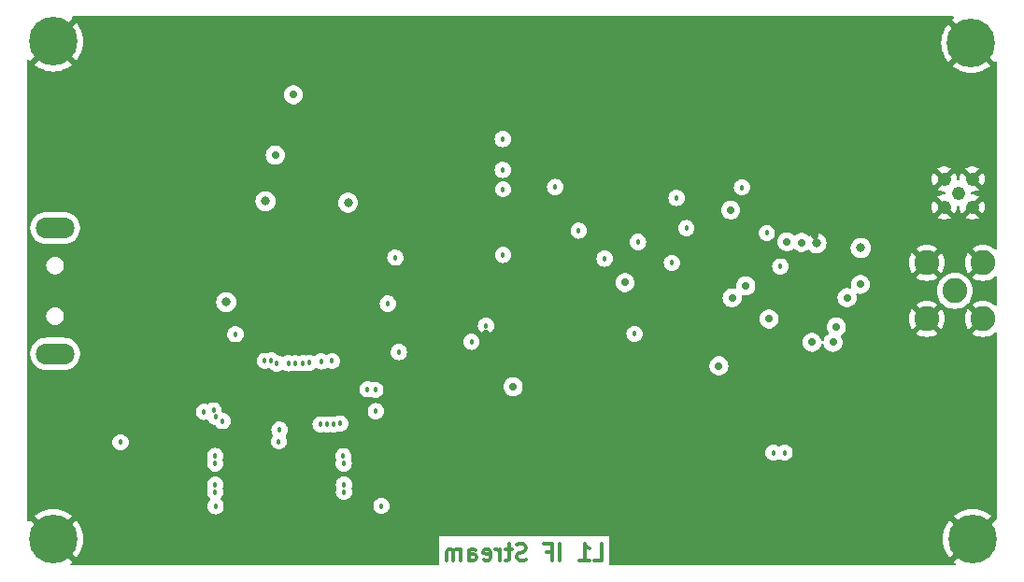
<source format=gbr>
G04 #@! TF.GenerationSoftware,KiCad,Pcbnew,7.0.6*
G04 #@! TF.CreationDate,2023-07-12T10:32:07-06:00*
G04 #@! TF.ProjectId,L1IFStream,4c314946-5374-4726-9561-6d2e6b696361,A*
G04 #@! TF.SameCoordinates,Original*
G04 #@! TF.FileFunction,Copper,L2,Inr*
G04 #@! TF.FilePolarity,Positive*
%FSLAX46Y46*%
G04 Gerber Fmt 4.6, Leading zero omitted, Abs format (unit mm)*
G04 Created by KiCad (PCBNEW 7.0.6) date 2023-07-12 10:32:07*
%MOMM*%
%LPD*%
G01*
G04 APERTURE LIST*
%ADD10C,0.300000*%
G04 #@! TA.AperFunction,NonConductor*
%ADD11C,0.300000*%
G04 #@! TD*
G04 #@! TA.AperFunction,ComponentPad*
%ADD12C,2.250000*%
G04 #@! TD*
G04 #@! TA.AperFunction,ComponentPad*
%ADD13C,1.240000*%
G04 #@! TD*
G04 #@! TA.AperFunction,ComponentPad*
%ADD14C,0.700000*%
G04 #@! TD*
G04 #@! TA.AperFunction,ComponentPad*
%ADD15C,4.400000*%
G04 #@! TD*
G04 #@! TA.AperFunction,ComponentPad*
%ADD16O,3.500000X1.900000*%
G04 #@! TD*
G04 #@! TA.AperFunction,ViaPad*
%ADD17C,0.700000*%
G04 #@! TD*
G04 #@! TA.AperFunction,ViaPad*
%ADD18C,0.800000*%
G04 #@! TD*
G04 #@! TA.AperFunction,ViaPad*
%ADD19C,0.600000*%
G04 #@! TD*
G04 #@! TA.AperFunction,ViaPad*
%ADD20C,0.457200*%
G04 #@! TD*
G04 APERTURE END LIST*
D10*
D11*
X141703427Y-122598328D02*
X142417713Y-122598328D01*
X142417713Y-122598328D02*
X142417713Y-121098328D01*
X140417712Y-122598328D02*
X141274855Y-122598328D01*
X140846284Y-122598328D02*
X140846284Y-121098328D01*
X140846284Y-121098328D02*
X140989141Y-121312614D01*
X140989141Y-121312614D02*
X141131998Y-121455471D01*
X141131998Y-121455471D02*
X141274855Y-121526900D01*
X138631999Y-122598328D02*
X138631999Y-121098328D01*
X137417713Y-121812614D02*
X137917713Y-121812614D01*
X137917713Y-122598328D02*
X137917713Y-121098328D01*
X137917713Y-121098328D02*
X137203427Y-121098328D01*
X135560570Y-122526900D02*
X135346285Y-122598328D01*
X135346285Y-122598328D02*
X134989142Y-122598328D01*
X134989142Y-122598328D02*
X134846285Y-122526900D01*
X134846285Y-122526900D02*
X134774856Y-122455471D01*
X134774856Y-122455471D02*
X134703427Y-122312614D01*
X134703427Y-122312614D02*
X134703427Y-122169757D01*
X134703427Y-122169757D02*
X134774856Y-122026900D01*
X134774856Y-122026900D02*
X134846285Y-121955471D01*
X134846285Y-121955471D02*
X134989142Y-121884042D01*
X134989142Y-121884042D02*
X135274856Y-121812614D01*
X135274856Y-121812614D02*
X135417713Y-121741185D01*
X135417713Y-121741185D02*
X135489142Y-121669757D01*
X135489142Y-121669757D02*
X135560570Y-121526900D01*
X135560570Y-121526900D02*
X135560570Y-121384042D01*
X135560570Y-121384042D02*
X135489142Y-121241185D01*
X135489142Y-121241185D02*
X135417713Y-121169757D01*
X135417713Y-121169757D02*
X135274856Y-121098328D01*
X135274856Y-121098328D02*
X134917713Y-121098328D01*
X134917713Y-121098328D02*
X134703427Y-121169757D01*
X134274856Y-121598328D02*
X133703428Y-121598328D01*
X134060571Y-121098328D02*
X134060571Y-122384042D01*
X134060571Y-122384042D02*
X133989142Y-122526900D01*
X133989142Y-122526900D02*
X133846285Y-122598328D01*
X133846285Y-122598328D02*
X133703428Y-122598328D01*
X133203428Y-122598328D02*
X133203428Y-121598328D01*
X133203428Y-121884042D02*
X133131999Y-121741185D01*
X133131999Y-121741185D02*
X133060571Y-121669757D01*
X133060571Y-121669757D02*
X132917713Y-121598328D01*
X132917713Y-121598328D02*
X132774856Y-121598328D01*
X131703428Y-122526900D02*
X131846285Y-122598328D01*
X131846285Y-122598328D02*
X132132000Y-122598328D01*
X132132000Y-122598328D02*
X132274857Y-122526900D01*
X132274857Y-122526900D02*
X132346285Y-122384042D01*
X132346285Y-122384042D02*
X132346285Y-121812614D01*
X132346285Y-121812614D02*
X132274857Y-121669757D01*
X132274857Y-121669757D02*
X132132000Y-121598328D01*
X132132000Y-121598328D02*
X131846285Y-121598328D01*
X131846285Y-121598328D02*
X131703428Y-121669757D01*
X131703428Y-121669757D02*
X131632000Y-121812614D01*
X131632000Y-121812614D02*
X131632000Y-121955471D01*
X131632000Y-121955471D02*
X132346285Y-122098328D01*
X130346286Y-122598328D02*
X130346286Y-121812614D01*
X130346286Y-121812614D02*
X130417714Y-121669757D01*
X130417714Y-121669757D02*
X130560571Y-121598328D01*
X130560571Y-121598328D02*
X130846286Y-121598328D01*
X130846286Y-121598328D02*
X130989143Y-121669757D01*
X130346286Y-122526900D02*
X130489143Y-122598328D01*
X130489143Y-122598328D02*
X130846286Y-122598328D01*
X130846286Y-122598328D02*
X130989143Y-122526900D01*
X130989143Y-122526900D02*
X131060571Y-122384042D01*
X131060571Y-122384042D02*
X131060571Y-122241185D01*
X131060571Y-122241185D02*
X130989143Y-122098328D01*
X130989143Y-122098328D02*
X130846286Y-122026900D01*
X130846286Y-122026900D02*
X130489143Y-122026900D01*
X130489143Y-122026900D02*
X130346286Y-121955471D01*
X129632000Y-122598328D02*
X129632000Y-121598328D01*
X129632000Y-121741185D02*
X129560571Y-121669757D01*
X129560571Y-121669757D02*
X129417714Y-121598328D01*
X129417714Y-121598328D02*
X129203428Y-121598328D01*
X129203428Y-121598328D02*
X129060571Y-121669757D01*
X129060571Y-121669757D02*
X128989143Y-121812614D01*
X128989143Y-121812614D02*
X128989143Y-122598328D01*
X128989143Y-121812614D02*
X128917714Y-121669757D01*
X128917714Y-121669757D02*
X128774857Y-121598328D01*
X128774857Y-121598328D02*
X128560571Y-121598328D01*
X128560571Y-121598328D02*
X128417714Y-121669757D01*
X128417714Y-121669757D02*
X128346285Y-121812614D01*
X128346285Y-121812614D02*
X128346285Y-122598328D01*
D12*
X174422000Y-98162000D03*
X176962000Y-95622000D03*
X171882000Y-95622000D03*
X176962000Y-100702000D03*
X171882000Y-100702000D03*
D13*
X174714000Y-89293700D03*
X173444000Y-88023700D03*
X173444000Y-90563700D03*
X175984000Y-88023700D03*
X175984000Y-90563700D03*
D14*
X91060000Y-120650000D03*
X91543274Y-119483274D03*
X91543274Y-121816726D03*
X92710000Y-119000000D03*
D15*
X92710000Y-120650000D03*
D14*
X92710000Y-122300000D03*
X93876726Y-119483274D03*
X93876726Y-121816726D03*
X94360000Y-120650000D03*
X91060000Y-75565000D03*
X91543274Y-74398274D03*
X91543274Y-76731726D03*
X92710000Y-73915000D03*
D15*
X92710000Y-75565000D03*
D14*
X92710000Y-77215000D03*
X93876726Y-74398274D03*
X93876726Y-76731726D03*
X94360000Y-75565000D03*
X174245000Y-75692000D03*
X174728274Y-74525274D03*
X174728274Y-76858726D03*
X175895000Y-74042000D03*
D15*
X175895000Y-75692000D03*
D14*
X175895000Y-77342000D03*
X177061726Y-74525274D03*
X177061726Y-76858726D03*
X177545000Y-75692000D03*
X174372000Y-120650000D03*
X174855274Y-119483274D03*
X174855274Y-121816726D03*
X176022000Y-119000000D03*
D15*
X176022000Y-120650000D03*
D14*
X176022000Y-122300000D03*
X177188726Y-119483274D03*
X177188726Y-121816726D03*
X177672000Y-120650000D03*
D16*
X92879000Y-103862000D03*
X92879000Y-92462000D03*
D17*
X156210000Y-100914000D03*
D18*
X162198000Y-96972000D03*
X159798000Y-98072000D03*
D19*
X167944800Y-90678000D03*
D17*
X131953000Y-102057200D03*
D18*
X111658000Y-99669600D03*
D17*
X143129000Y-109601000D03*
X147701000Y-97663000D03*
X144907000Y-85217000D03*
X148107000Y-88265000D03*
X169164000Y-104013000D03*
X111562000Y-98694200D03*
X149672000Y-95018900D03*
D18*
X162198000Y-99172000D03*
D17*
X165938000Y-102794000D03*
X125425200Y-107543600D03*
X123850400Y-106248200D03*
X130784600Y-107467400D03*
D18*
X123038000Y-102006000D03*
D17*
X143256000Y-104013000D03*
X111429800Y-94269586D03*
X143129000Y-98171000D03*
X161721800Y-93116400D03*
X167386000Y-111125000D03*
X169164000Y-109347000D03*
D18*
X160998000Y-99172000D03*
X104826000Y-95758000D03*
D17*
X165913000Y-103835000D03*
X166827000Y-92329000D03*
X158166000Y-90576400D03*
D18*
X110033000Y-76708000D03*
X104087000Y-89050000D03*
D20*
X147384000Y-105816000D03*
D17*
X169164000Y-92329000D03*
D18*
X111938000Y-87122000D03*
D17*
X169164000Y-85217000D03*
D18*
X159798000Y-99172000D03*
X159798000Y-96972000D03*
D17*
X169164000Y-98298000D03*
D18*
X154051000Y-94081600D03*
D17*
X143129000Y-85217000D03*
X169164000Y-111125000D03*
D18*
X115985000Y-87494000D03*
D17*
X107467400Y-111836200D03*
X156083000Y-85217000D03*
D20*
X128682000Y-99413200D03*
D17*
X144907000Y-111125000D03*
D18*
X118477000Y-93353400D03*
X162198000Y-98072000D03*
D17*
X166472000Y-101549000D03*
D18*
X123749000Y-89662000D03*
X113445000Y-107433000D03*
D17*
X156489000Y-94945200D03*
X162052000Y-111252000D03*
D20*
X135420000Y-98722200D03*
D18*
X119033000Y-107433000D03*
D17*
X150368000Y-111252000D03*
X155727000Y-103022000D03*
X95580200Y-104749600D03*
D18*
X100508000Y-98298000D03*
D17*
X161213800Y-90576400D03*
X166472000Y-100559000D03*
D18*
X99110800Y-102362000D03*
D17*
X156210000Y-111125000D03*
D18*
X153695000Y-95123000D03*
X105588000Y-99187000D03*
D17*
X145732000Y-99288600D03*
D20*
X135415000Y-100193000D03*
D18*
X103556000Y-95529400D03*
D17*
X121742200Y-111836200D03*
X143129000Y-111125000D03*
D18*
X125637000Y-96672000D03*
D17*
X111429800Y-95681800D03*
X152704800Y-108280200D03*
D18*
X160998000Y-98072000D03*
D17*
X167818000Y-92303600D03*
X143129000Y-92329000D03*
D18*
X119837000Y-100178000D03*
D19*
X126034800Y-84404200D03*
D20*
X135374000Y-101732000D03*
D17*
X155702000Y-102286000D03*
X97595300Y-94631900D03*
X162001200Y-90601800D03*
X97595300Y-92701500D03*
X101650800Y-118846600D03*
D18*
X160998000Y-96972000D03*
D17*
X169164000Y-86868000D03*
X167386000Y-85217000D03*
X155550000Y-94945200D03*
X143129000Y-86995000D03*
X150368000Y-85217000D03*
D18*
X119863000Y-94157800D03*
D17*
X162052000Y-85217000D03*
X115900200Y-118897400D03*
X96850200Y-108559600D03*
X159182000Y-90601800D03*
X148082000Y-96647000D03*
X157632400Y-108864400D03*
D18*
X116002000Y-101524000D03*
D17*
X155219000Y-100889000D03*
D18*
X161874000Y-93853000D03*
X165887400Y-94259400D03*
D20*
X157364000Y-92917400D03*
X155130000Y-88777800D03*
X138181000Y-88738900D03*
X149193000Y-89741900D03*
X140335000Y-92702400D03*
X158593000Y-95952400D03*
X142670000Y-95234600D03*
X150078000Y-92470400D03*
X107391200Y-113131600D03*
X118999000Y-113131600D03*
X119024400Y-113792000D03*
X107391200Y-113792000D03*
X107391200Y-116382800D03*
X119049800Y-116382800D03*
X107391200Y-115722400D03*
X119049800Y-115722400D03*
X157962600Y-112826800D03*
X158978600Y-112826800D03*
D17*
X134391400Y-106857800D03*
X144526000Y-97409000D03*
X159182000Y-93700600D03*
X160503000Y-93776800D03*
X155473000Y-97713800D03*
X154102000Y-90830400D03*
X163678000Y-101422000D03*
X157582000Y-100711000D03*
X154229000Y-98780600D03*
X153035000Y-104953000D03*
X161468000Y-102819000D03*
X163372800Y-102819000D03*
X164643000Y-98774000D03*
D20*
X123719000Y-95136700D03*
D17*
X165862000Y-97570000D03*
D20*
X145394000Y-102062000D03*
D17*
X112827000Y-85852000D03*
X114478000Y-80391000D03*
D20*
X133451600Y-84404200D03*
X133451600Y-87198200D03*
X133477000Y-88950800D03*
X133477000Y-94894400D03*
D18*
X111938000Y-90043000D03*
X119431000Y-90170000D03*
X108382000Y-99187000D03*
D20*
X123038000Y-99314000D03*
X145698000Y-93727100D03*
X148769000Y-95628100D03*
X106375200Y-109118400D03*
X109220000Y-102082600D03*
X111885419Y-104485601D03*
X107238800Y-108991400D03*
X112480711Y-104444968D03*
X107416600Y-109601000D03*
X108051600Y-109956600D03*
X112979200Y-104749600D03*
X114020600Y-104724200D03*
X116941600Y-110261390D03*
X114652639Y-104709660D03*
X117556185Y-110261390D03*
X115302179Y-104712621D03*
X118140388Y-110261390D03*
X118719600Y-110185200D03*
X115923683Y-104687546D03*
X107416600Y-117678200D03*
X116992400Y-104546400D03*
X121945400Y-109067600D03*
X121189249Y-107077829D03*
X122453400Y-117652800D03*
X121895000Y-107137000D03*
X117983000Y-104521000D03*
X130606800Y-102768400D03*
X98806000Y-111887000D03*
X124028200Y-103708200D03*
X131925000Y-101311000D03*
X113157000Y-111810800D03*
X113207800Y-110744000D03*
G04 #@! TA.AperFunction,Conductor*
G36*
X174308035Y-73282502D02*
G01*
X174354528Y-73336158D01*
X174364632Y-73406432D01*
X174335138Y-73471012D01*
X174317620Y-73487685D01*
X174167504Y-73605292D01*
X174167503Y-73605293D01*
X175315425Y-74753215D01*
X175297590Y-74762411D01*
X175132460Y-74892271D01*
X174994890Y-75051035D01*
X174958263Y-75114473D01*
X174414713Y-74570923D01*
X174528274Y-74570923D01*
X174567887Y-74653179D01*
X174639266Y-74710101D01*
X174705742Y-74725274D01*
X174750806Y-74725274D01*
X174817282Y-74710101D01*
X174888661Y-74653179D01*
X174928274Y-74570923D01*
X174928274Y-74479625D01*
X174888661Y-74397369D01*
X174817282Y-74340447D01*
X174750806Y-74325274D01*
X174705742Y-74325274D01*
X174639266Y-74340447D01*
X174567887Y-74397369D01*
X174528274Y-74479625D01*
X174528274Y-74570923D01*
X174414713Y-74570923D01*
X173808293Y-73964503D01*
X173808292Y-73964504D01*
X173662285Y-74150869D01*
X173662282Y-74150874D01*
X173492803Y-74431227D01*
X173358348Y-74729975D01*
X173260882Y-75042752D01*
X173260880Y-75042761D01*
X173201830Y-75364989D01*
X173201829Y-75364992D01*
X173182050Y-75691998D01*
X173182050Y-75692001D01*
X173201829Y-76019007D01*
X173201830Y-76019010D01*
X173260880Y-76341238D01*
X173260882Y-76341247D01*
X173358348Y-76654024D01*
X173492803Y-76952772D01*
X173662283Y-77233128D01*
X173808293Y-77419494D01*
X173808293Y-77419495D01*
X174323413Y-76904375D01*
X174528274Y-76904375D01*
X174567887Y-76986631D01*
X174639266Y-77043553D01*
X174705742Y-77058726D01*
X174750806Y-77058726D01*
X174817282Y-77043553D01*
X174888661Y-76986631D01*
X174928274Y-76904375D01*
X174928274Y-76813077D01*
X174888661Y-76730821D01*
X174817282Y-76673899D01*
X174750806Y-76658726D01*
X174705742Y-76658726D01*
X174639266Y-76673899D01*
X174567887Y-76730821D01*
X174528274Y-76813077D01*
X174528274Y-76904375D01*
X174323413Y-76904375D01*
X174956857Y-76270930D01*
X175059894Y-76415624D01*
X175211932Y-76560592D01*
X175317665Y-76628542D01*
X174167503Y-77778705D01*
X174353872Y-77924716D01*
X174634227Y-78094196D01*
X174932975Y-78228651D01*
X175245752Y-78326117D01*
X175245761Y-78326119D01*
X175567989Y-78385169D01*
X175567992Y-78385170D01*
X175894999Y-78404950D01*
X175895001Y-78404950D01*
X176222007Y-78385170D01*
X176222010Y-78385169D01*
X176544238Y-78326119D01*
X176544247Y-78326117D01*
X176857024Y-78228651D01*
X177155772Y-78094196D01*
X177436127Y-77924716D01*
X177622494Y-77778705D01*
X177622495Y-77778705D01*
X176748166Y-76904375D01*
X176861726Y-76904375D01*
X176901339Y-76986631D01*
X176972718Y-77043553D01*
X177039194Y-77058726D01*
X177084258Y-77058726D01*
X177150734Y-77043553D01*
X177222113Y-76986631D01*
X177261726Y-76904375D01*
X177261726Y-76813077D01*
X177222113Y-76730821D01*
X177150734Y-76673899D01*
X177084258Y-76658726D01*
X177039194Y-76658726D01*
X176972718Y-76673899D01*
X176901339Y-76730821D01*
X176861726Y-76813077D01*
X176861726Y-76904375D01*
X176748166Y-76904375D01*
X176474574Y-76630783D01*
X176492410Y-76621589D01*
X176657540Y-76491729D01*
X176795110Y-76332965D01*
X176831736Y-76269526D01*
X177981705Y-77419495D01*
X177981706Y-77419494D01*
X177997115Y-77399827D01*
X178054871Y-77358539D01*
X178125781Y-77355031D01*
X178187331Y-77390416D01*
X178219979Y-77453461D01*
X178222300Y-77477533D01*
X178222300Y-94277545D01*
X178202298Y-94345666D01*
X178148642Y-94392159D01*
X178078368Y-94402263D01*
X178014470Y-94373356D01*
X177924825Y-94296792D01*
X177924823Y-94296791D01*
X177705657Y-94162486D01*
X177468183Y-94064121D01*
X177218246Y-94004117D01*
X176961999Y-93983950D01*
X176705753Y-94004117D01*
X176455816Y-94064121D01*
X176218342Y-94162486D01*
X175999177Y-94296790D01*
X175999174Y-94296793D01*
X175997462Y-94298253D01*
X176566922Y-94867713D01*
X176444569Y-94941331D01*
X176310342Y-95068477D01*
X176206587Y-95221505D01*
X176205364Y-95224572D01*
X175638253Y-94657462D01*
X175636793Y-94659174D01*
X175636790Y-94659177D01*
X175502486Y-94878342D01*
X175404121Y-95115816D01*
X175344117Y-95365753D01*
X175323950Y-95621999D01*
X175344117Y-95878246D01*
X175404121Y-96128183D01*
X175502486Y-96365657D01*
X175636791Y-96584824D01*
X175638253Y-96586536D01*
X176208806Y-96015982D01*
X176254316Y-96101822D01*
X176374009Y-96242735D01*
X176521195Y-96354623D01*
X176567268Y-96375938D01*
X175997462Y-96945745D01*
X175997462Y-96945746D01*
X175999174Y-96947207D01*
X176218342Y-97081513D01*
X176455816Y-97179878D01*
X176705753Y-97239882D01*
X176961999Y-97260049D01*
X177218246Y-97239882D01*
X177468183Y-97179878D01*
X177705657Y-97081513D01*
X177924820Y-96947210D01*
X178014469Y-96870643D01*
X178079259Y-96841612D01*
X178149459Y-96852217D01*
X178202781Y-96899091D01*
X178222300Y-96966454D01*
X178222300Y-99357545D01*
X178202298Y-99425666D01*
X178148642Y-99472159D01*
X178078368Y-99482263D01*
X178014470Y-99453356D01*
X177924825Y-99376792D01*
X177924823Y-99376791D01*
X177705657Y-99242486D01*
X177468183Y-99144121D01*
X177218246Y-99084117D01*
X176962000Y-99063950D01*
X176705753Y-99084117D01*
X176455816Y-99144121D01*
X176218342Y-99242486D01*
X175999177Y-99376790D01*
X175999174Y-99376793D01*
X175997462Y-99378253D01*
X176566922Y-99947713D01*
X176444569Y-100021331D01*
X176310342Y-100148477D01*
X176206587Y-100301505D01*
X176205364Y-100304573D01*
X175638253Y-99737462D01*
X175636793Y-99739174D01*
X175636790Y-99739177D01*
X175502486Y-99958342D01*
X175404121Y-100195816D01*
X175344117Y-100445753D01*
X175323950Y-100702000D01*
X175344117Y-100958246D01*
X175404121Y-101208183D01*
X175502486Y-101445657D01*
X175636791Y-101664824D01*
X175638253Y-101666536D01*
X176208806Y-101095982D01*
X176254316Y-101181822D01*
X176374009Y-101322735D01*
X176521195Y-101434623D01*
X176567268Y-101455938D01*
X175997462Y-102025745D01*
X175997462Y-102025746D01*
X175999174Y-102027207D01*
X176218342Y-102161513D01*
X176455816Y-102259878D01*
X176705753Y-102319882D01*
X176962000Y-102340049D01*
X177218246Y-102319882D01*
X177468183Y-102259878D01*
X177705657Y-102161513D01*
X177924823Y-102027208D01*
X177924825Y-102027206D01*
X178014468Y-101950644D01*
X178079257Y-101921612D01*
X178149457Y-101932217D01*
X178202780Y-101979091D01*
X178222299Y-102046454D01*
X178222300Y-118795523D01*
X178202298Y-118863644D01*
X178148642Y-118910137D01*
X178114768Y-118916440D01*
X176960141Y-120071067D01*
X176857106Y-119926376D01*
X176705068Y-119781408D01*
X176599333Y-119713456D01*
X176783866Y-119528923D01*
X176988726Y-119528923D01*
X177028339Y-119611179D01*
X177099718Y-119668101D01*
X177166194Y-119683274D01*
X177211258Y-119683274D01*
X177277734Y-119668101D01*
X177349113Y-119611179D01*
X177388726Y-119528923D01*
X177388726Y-119437625D01*
X177349113Y-119355369D01*
X177277734Y-119298447D01*
X177211258Y-119283274D01*
X177166194Y-119283274D01*
X177099718Y-119298447D01*
X177028339Y-119355369D01*
X176988726Y-119437625D01*
X176988726Y-119528923D01*
X176783866Y-119528923D01*
X177749495Y-118563293D01*
X177563128Y-118417283D01*
X177282772Y-118247803D01*
X176984024Y-118113348D01*
X176671247Y-118015882D01*
X176671238Y-118015880D01*
X176349010Y-117956830D01*
X176349007Y-117956829D01*
X176022001Y-117937050D01*
X176021999Y-117937050D01*
X175694992Y-117956829D01*
X175694989Y-117956830D01*
X175372761Y-118015880D01*
X175372752Y-118015882D01*
X175059975Y-118113348D01*
X174761227Y-118247803D01*
X174480874Y-118417282D01*
X174480869Y-118417285D01*
X174294504Y-118563292D01*
X174294503Y-118563293D01*
X175442425Y-119711215D01*
X175424590Y-119720411D01*
X175259460Y-119850271D01*
X175121890Y-120009035D01*
X175085263Y-120072473D01*
X174541713Y-119528923D01*
X174655274Y-119528923D01*
X174694887Y-119611179D01*
X174766266Y-119668101D01*
X174832742Y-119683274D01*
X174877806Y-119683274D01*
X174944282Y-119668101D01*
X175015661Y-119611179D01*
X175055274Y-119528923D01*
X175055274Y-119437625D01*
X175015661Y-119355369D01*
X174944282Y-119298447D01*
X174877806Y-119283274D01*
X174832742Y-119283274D01*
X174766266Y-119298447D01*
X174694887Y-119355369D01*
X174655274Y-119437625D01*
X174655274Y-119528923D01*
X174541713Y-119528923D01*
X173935293Y-118922503D01*
X173935292Y-118922504D01*
X173789285Y-119108869D01*
X173789282Y-119108874D01*
X173619803Y-119389227D01*
X173485348Y-119687975D01*
X173387882Y-120000752D01*
X173387880Y-120000761D01*
X173328830Y-120322989D01*
X173328829Y-120322992D01*
X173309050Y-120649998D01*
X173309050Y-120650001D01*
X173328829Y-120977007D01*
X173328830Y-120977010D01*
X173387880Y-121299238D01*
X173387882Y-121299247D01*
X173485348Y-121612024D01*
X173619803Y-121910772D01*
X173789283Y-122191128D01*
X173935293Y-122377494D01*
X173935293Y-122377495D01*
X174450413Y-121862375D01*
X174655274Y-121862375D01*
X174694887Y-121944631D01*
X174766266Y-122001553D01*
X174832742Y-122016726D01*
X174877806Y-122016726D01*
X174944282Y-122001553D01*
X175015661Y-121944631D01*
X175055274Y-121862375D01*
X175055274Y-121771077D01*
X175015661Y-121688821D01*
X174944282Y-121631899D01*
X174877806Y-121616726D01*
X174832742Y-121616726D01*
X174766266Y-121631899D01*
X174694887Y-121688821D01*
X174655274Y-121771077D01*
X174655274Y-121862375D01*
X174450413Y-121862375D01*
X175083857Y-121228930D01*
X175186894Y-121373624D01*
X175338932Y-121518592D01*
X175444666Y-121586543D01*
X174294503Y-122736705D01*
X174421645Y-122836315D01*
X174462933Y-122894072D01*
X174466440Y-122964982D01*
X174431054Y-123026531D01*
X174368010Y-123059179D01*
X174343938Y-123061500D01*
X143207504Y-123061500D01*
X143139383Y-123041498D01*
X143092890Y-122987842D01*
X143081504Y-122935500D01*
X143081504Y-120434537D01*
X127682773Y-120434537D01*
X127682773Y-122935500D01*
X127662771Y-123003621D01*
X127609115Y-123050114D01*
X127556773Y-123061500D01*
X94388061Y-123061500D01*
X94319940Y-123041498D01*
X94273447Y-122987842D01*
X94263343Y-122917568D01*
X94292837Y-122852988D01*
X94310354Y-122836315D01*
X94437494Y-122736705D01*
X94437495Y-122736705D01*
X93563165Y-121862375D01*
X93676726Y-121862375D01*
X93716339Y-121944631D01*
X93787718Y-122001553D01*
X93854194Y-122016726D01*
X93899258Y-122016726D01*
X93965734Y-122001553D01*
X94037113Y-121944631D01*
X94076726Y-121862375D01*
X94076726Y-121771077D01*
X94037113Y-121688821D01*
X93965734Y-121631899D01*
X93899258Y-121616726D01*
X93854194Y-121616726D01*
X93787718Y-121631899D01*
X93716339Y-121688821D01*
X93676726Y-121771077D01*
X93676726Y-121862375D01*
X93563165Y-121862375D01*
X93289574Y-121588784D01*
X93307410Y-121579589D01*
X93472540Y-121449729D01*
X93610110Y-121290965D01*
X93646736Y-121227526D01*
X94796705Y-122377495D01*
X94796705Y-122377494D01*
X94942716Y-122191127D01*
X95112196Y-121910772D01*
X95246651Y-121612024D01*
X95344117Y-121299247D01*
X95344119Y-121299238D01*
X95403169Y-120977010D01*
X95403170Y-120977007D01*
X95422950Y-120650001D01*
X95422950Y-120649998D01*
X95403170Y-120322992D01*
X95403169Y-120322989D01*
X95344119Y-120000761D01*
X95344117Y-120000752D01*
X95246651Y-119687975D01*
X95112196Y-119389227D01*
X94942716Y-119108872D01*
X94796705Y-118922504D01*
X94796705Y-118922503D01*
X93648140Y-120071067D01*
X93545106Y-119926376D01*
X93393068Y-119781408D01*
X93287333Y-119713456D01*
X93471866Y-119528923D01*
X93676726Y-119528923D01*
X93716339Y-119611179D01*
X93787718Y-119668101D01*
X93854194Y-119683274D01*
X93899258Y-119683274D01*
X93965734Y-119668101D01*
X94037113Y-119611179D01*
X94076726Y-119528923D01*
X94076726Y-119437625D01*
X94037113Y-119355369D01*
X93965734Y-119298447D01*
X93899258Y-119283274D01*
X93854194Y-119283274D01*
X93787718Y-119298447D01*
X93716339Y-119355369D01*
X93676726Y-119437625D01*
X93676726Y-119528923D01*
X93471866Y-119528923D01*
X94437495Y-118563293D01*
X94251128Y-118417283D01*
X93970772Y-118247803D01*
X93672024Y-118113348D01*
X93359247Y-118015882D01*
X93359238Y-118015880D01*
X93037010Y-117956830D01*
X93037007Y-117956829D01*
X92710001Y-117937050D01*
X92709999Y-117937050D01*
X92382992Y-117956829D01*
X92382989Y-117956830D01*
X92060761Y-118015880D01*
X92060752Y-118015882D01*
X91747975Y-118113348D01*
X91449227Y-118247803D01*
X91168874Y-118417282D01*
X91168869Y-118417285D01*
X90982504Y-118563292D01*
X90982503Y-118563293D01*
X92130425Y-119711215D01*
X92112590Y-119720411D01*
X91947460Y-119850271D01*
X91809890Y-120009035D01*
X91773263Y-120072473D01*
X91229713Y-119528923D01*
X91343274Y-119528923D01*
X91382887Y-119611179D01*
X91454266Y-119668101D01*
X91520742Y-119683274D01*
X91565806Y-119683274D01*
X91632282Y-119668101D01*
X91703661Y-119611179D01*
X91743274Y-119528923D01*
X91743274Y-119437625D01*
X91703661Y-119355369D01*
X91632282Y-119298447D01*
X91565806Y-119283274D01*
X91520742Y-119283274D01*
X91454266Y-119298447D01*
X91382887Y-119355369D01*
X91343274Y-119437625D01*
X91343274Y-119528923D01*
X91229713Y-119528923D01*
X90623293Y-118922503D01*
X90548485Y-119017990D01*
X90490728Y-119059277D01*
X90419819Y-119062785D01*
X90358269Y-119027400D01*
X90325621Y-118964355D01*
X90323300Y-118940283D01*
X90323300Y-116382800D01*
X106649436Y-116382800D01*
X106668034Y-116547858D01*
X106668035Y-116547860D01*
X106722894Y-116704639D01*
X106722895Y-116704642D01*
X106811264Y-116845280D01*
X106811265Y-116845282D01*
X106920088Y-116954105D01*
X106954114Y-117016417D01*
X106949049Y-117087232D01*
X106920088Y-117132295D01*
X106836665Y-117215717D01*
X106836664Y-117215719D01*
X106748295Y-117356357D01*
X106748294Y-117356360D01*
X106748294Y-117356361D01*
X106693434Y-117513142D01*
X106674836Y-117678200D01*
X106693434Y-117843258D01*
X106693435Y-117843260D01*
X106748294Y-118000039D01*
X106748295Y-118000042D01*
X106836664Y-118140680D01*
X106836665Y-118140682D01*
X106954117Y-118258134D01*
X106954119Y-118258135D01*
X107094757Y-118346504D01*
X107094758Y-118346504D01*
X107094761Y-118346506D01*
X107251542Y-118401366D01*
X107416600Y-118419964D01*
X107581658Y-118401366D01*
X107738439Y-118346506D01*
X107879082Y-118258134D01*
X107996534Y-118140682D01*
X108084906Y-118000039D01*
X108139766Y-117843258D01*
X108158364Y-117678200D01*
X108155502Y-117652800D01*
X121711636Y-117652800D01*
X121730234Y-117817858D01*
X121730235Y-117817860D01*
X121785094Y-117974639D01*
X121785095Y-117974642D01*
X121873464Y-118115280D01*
X121873465Y-118115282D01*
X121990917Y-118232734D01*
X121990919Y-118232735D01*
X122131557Y-118321104D01*
X122131558Y-118321104D01*
X122131561Y-118321106D01*
X122288342Y-118375966D01*
X122453400Y-118394564D01*
X122618458Y-118375966D01*
X122775239Y-118321106D01*
X122915882Y-118232734D01*
X123033334Y-118115282D01*
X123121706Y-117974639D01*
X123176566Y-117817858D01*
X123195164Y-117652800D01*
X123176566Y-117487742D01*
X123121706Y-117330961D01*
X123121704Y-117330958D01*
X123121704Y-117330957D01*
X123033335Y-117190319D01*
X123033334Y-117190317D01*
X122915882Y-117072865D01*
X122915880Y-117072864D01*
X122775242Y-116984495D01*
X122775239Y-116984494D01*
X122688392Y-116954105D01*
X122618458Y-116929634D01*
X122453400Y-116911036D01*
X122453399Y-116911036D01*
X122429390Y-116913741D01*
X122288342Y-116929634D01*
X122288339Y-116929634D01*
X122288339Y-116929635D01*
X122131560Y-116984494D01*
X122131557Y-116984495D01*
X121990919Y-117072864D01*
X121990917Y-117072865D01*
X121873465Y-117190317D01*
X121873464Y-117190319D01*
X121785095Y-117330957D01*
X121785094Y-117330960D01*
X121776206Y-117356361D01*
X121730234Y-117487742D01*
X121711636Y-117652800D01*
X108155502Y-117652800D01*
X108139766Y-117513142D01*
X108084906Y-117356361D01*
X108084904Y-117356358D01*
X108084904Y-117356357D01*
X107996535Y-117215719D01*
X107996534Y-117215717D01*
X107887712Y-117106895D01*
X107853686Y-117044583D01*
X107858751Y-116973768D01*
X107887712Y-116928705D01*
X107971134Y-116845282D01*
X107971135Y-116845280D01*
X108059504Y-116704642D01*
X108059503Y-116704642D01*
X108059506Y-116704639D01*
X108114366Y-116547858D01*
X108132964Y-116382800D01*
X118308036Y-116382800D01*
X118326634Y-116547858D01*
X118326635Y-116547860D01*
X118381494Y-116704639D01*
X118381495Y-116704642D01*
X118469864Y-116845280D01*
X118469865Y-116845282D01*
X118587317Y-116962734D01*
X118587319Y-116962735D01*
X118727957Y-117051104D01*
X118727958Y-117051104D01*
X118727961Y-117051106D01*
X118884742Y-117105966D01*
X119049800Y-117124564D01*
X119214858Y-117105966D01*
X119371639Y-117051106D01*
X119512282Y-116962734D01*
X119629734Y-116845282D01*
X119718106Y-116704639D01*
X119772966Y-116547858D01*
X119791564Y-116382800D01*
X119772966Y-116217742D01*
X119729742Y-116094214D01*
X119726123Y-116023310D01*
X119729739Y-116010991D01*
X119772966Y-115887458D01*
X119791564Y-115722400D01*
X119772966Y-115557342D01*
X119718106Y-115400561D01*
X119718104Y-115400558D01*
X119718104Y-115400557D01*
X119629735Y-115259919D01*
X119629734Y-115259917D01*
X119512282Y-115142465D01*
X119512280Y-115142464D01*
X119371642Y-115054095D01*
X119371639Y-115054094D01*
X119371638Y-115054093D01*
X119214858Y-114999234D01*
X119049800Y-114980636D01*
X118884742Y-114999234D01*
X118884739Y-114999234D01*
X118884739Y-114999235D01*
X118727960Y-115054094D01*
X118727957Y-115054095D01*
X118587319Y-115142464D01*
X118587317Y-115142465D01*
X118469865Y-115259917D01*
X118469864Y-115259919D01*
X118381495Y-115400557D01*
X118381494Y-115400560D01*
X118381494Y-115400561D01*
X118326634Y-115557342D01*
X118308036Y-115722400D01*
X118326634Y-115887458D01*
X118326634Y-115887460D01*
X118326635Y-115887461D01*
X118369857Y-116010984D01*
X118373476Y-116081889D01*
X118369858Y-116094213D01*
X118326635Y-116217739D01*
X118326634Y-116217742D01*
X118308036Y-116382800D01*
X108132964Y-116382800D01*
X108114366Y-116217742D01*
X108071141Y-116094214D01*
X108067522Y-116023311D01*
X108071142Y-116010985D01*
X108071142Y-116010984D01*
X108114366Y-115887458D01*
X108132964Y-115722400D01*
X108114366Y-115557342D01*
X108059506Y-115400561D01*
X108059504Y-115400558D01*
X108059504Y-115400557D01*
X107971135Y-115259919D01*
X107971134Y-115259917D01*
X107853682Y-115142465D01*
X107853680Y-115142464D01*
X107713042Y-115054095D01*
X107713039Y-115054094D01*
X107713039Y-115054093D01*
X107556258Y-114999234D01*
X107391200Y-114980636D01*
X107391199Y-114980636D01*
X107367190Y-114983341D01*
X107226142Y-114999234D01*
X107226139Y-114999234D01*
X107226139Y-114999235D01*
X107069360Y-115054094D01*
X107069357Y-115054095D01*
X106928719Y-115142464D01*
X106928717Y-115142465D01*
X106811265Y-115259917D01*
X106811264Y-115259919D01*
X106722895Y-115400557D01*
X106722894Y-115400560D01*
X106722894Y-115400561D01*
X106668034Y-115557342D01*
X106649436Y-115722399D01*
X106649436Y-115722400D01*
X106668034Y-115887458D01*
X106711258Y-116010986D01*
X106714876Y-116081890D01*
X106711258Y-116094214D01*
X106668034Y-116217742D01*
X106649436Y-116382800D01*
X90323300Y-116382800D01*
X90323300Y-113792000D01*
X106649436Y-113792000D01*
X106668034Y-113957058D01*
X106668035Y-113957060D01*
X106722894Y-114113839D01*
X106722895Y-114113842D01*
X106811264Y-114254480D01*
X106811265Y-114254482D01*
X106928717Y-114371934D01*
X106928719Y-114371935D01*
X107069357Y-114460304D01*
X107069358Y-114460304D01*
X107069361Y-114460306D01*
X107226142Y-114515166D01*
X107391200Y-114533764D01*
X107556258Y-114515166D01*
X107713039Y-114460306D01*
X107853682Y-114371934D01*
X107971134Y-114254482D01*
X108059506Y-114113839D01*
X108114366Y-113957058D01*
X108132964Y-113792000D01*
X108114366Y-113626942D01*
X108071142Y-113503414D01*
X108067523Y-113432510D01*
X108071142Y-113420184D01*
X108075848Y-113406735D01*
X108114366Y-113296658D01*
X108132964Y-113131600D01*
X118257236Y-113131600D01*
X118275834Y-113296658D01*
X118275835Y-113296660D01*
X118331757Y-113456477D01*
X118335377Y-113527381D01*
X118331758Y-113539706D01*
X118301235Y-113626937D01*
X118301235Y-113626939D01*
X118301234Y-113626942D01*
X118282636Y-113792000D01*
X118301234Y-113957058D01*
X118301235Y-113957060D01*
X118356094Y-114113839D01*
X118356095Y-114113842D01*
X118444464Y-114254480D01*
X118444465Y-114254482D01*
X118561917Y-114371934D01*
X118561919Y-114371935D01*
X118702557Y-114460304D01*
X118702558Y-114460304D01*
X118702561Y-114460306D01*
X118859342Y-114515166D01*
X119024400Y-114533764D01*
X119189458Y-114515166D01*
X119346239Y-114460306D01*
X119486882Y-114371934D01*
X119604334Y-114254482D01*
X119692706Y-114113839D01*
X119747566Y-113957058D01*
X119766164Y-113792000D01*
X119747566Y-113626942D01*
X119692706Y-113470161D01*
X119691642Y-113467120D01*
X119688022Y-113396216D01*
X119691642Y-113383890D01*
X119699576Y-113361216D01*
X119722166Y-113296658D01*
X119740764Y-113131600D01*
X119722166Y-112966542D01*
X119673268Y-112826800D01*
X157220836Y-112826800D01*
X157239434Y-112991858D01*
X157239435Y-112991860D01*
X157294294Y-113148639D01*
X157294295Y-113148642D01*
X157382664Y-113289280D01*
X157382665Y-113289282D01*
X157500117Y-113406734D01*
X157500119Y-113406735D01*
X157640757Y-113495104D01*
X157640758Y-113495104D01*
X157640761Y-113495106D01*
X157797542Y-113549966D01*
X157962600Y-113568564D01*
X158127658Y-113549966D01*
X158284439Y-113495106D01*
X158384060Y-113432510D01*
X158403564Y-113420255D01*
X158471885Y-113400949D01*
X158537636Y-113420255D01*
X158590448Y-113453439D01*
X158656761Y-113495106D01*
X158813542Y-113549966D01*
X158978600Y-113568564D01*
X159143658Y-113549966D01*
X159300439Y-113495106D01*
X159441082Y-113406734D01*
X159558534Y-113289282D01*
X159646906Y-113148639D01*
X159701766Y-112991858D01*
X159720364Y-112826800D01*
X159701766Y-112661742D01*
X159646906Y-112504961D01*
X159646904Y-112504958D01*
X159646904Y-112504957D01*
X159558535Y-112364319D01*
X159558534Y-112364317D01*
X159441082Y-112246865D01*
X159441080Y-112246864D01*
X159300442Y-112158495D01*
X159300439Y-112158494D01*
X159226558Y-112132642D01*
X159143658Y-112103634D01*
X158978600Y-112085036D01*
X158813542Y-112103634D01*
X158813539Y-112103634D01*
X158813539Y-112103635D01*
X158656760Y-112158494D01*
X158656757Y-112158495D01*
X158537636Y-112233344D01*
X158469314Y-112252650D01*
X158403564Y-112233344D01*
X158284442Y-112158495D01*
X158284439Y-112158494D01*
X158210558Y-112132642D01*
X158127658Y-112103634D01*
X157962600Y-112085036D01*
X157962599Y-112085036D01*
X157938590Y-112087741D01*
X157797542Y-112103634D01*
X157797539Y-112103634D01*
X157797539Y-112103635D01*
X157640760Y-112158494D01*
X157640757Y-112158495D01*
X157500119Y-112246864D01*
X157500117Y-112246865D01*
X157382665Y-112364317D01*
X157382664Y-112364319D01*
X157294295Y-112504957D01*
X157294294Y-112504960D01*
X157257482Y-112610164D01*
X157239434Y-112661742D01*
X157220836Y-112826800D01*
X119673268Y-112826800D01*
X119667306Y-112809761D01*
X119667304Y-112809758D01*
X119667304Y-112809757D01*
X119578935Y-112669119D01*
X119578934Y-112669117D01*
X119461482Y-112551665D01*
X119461480Y-112551664D01*
X119320842Y-112463295D01*
X119320839Y-112463294D01*
X119320839Y-112463293D01*
X119164058Y-112408434D01*
X118999000Y-112389836D01*
X118833942Y-112408434D01*
X118833939Y-112408434D01*
X118833939Y-112408435D01*
X118677160Y-112463294D01*
X118677157Y-112463295D01*
X118536519Y-112551664D01*
X118536517Y-112551665D01*
X118419065Y-112669117D01*
X118419064Y-112669119D01*
X118330695Y-112809757D01*
X118330694Y-112809760D01*
X118275835Y-112966539D01*
X118275834Y-112966542D01*
X118257236Y-113131600D01*
X108132964Y-113131600D01*
X108114366Y-112966542D01*
X108059506Y-112809761D01*
X108059504Y-112809758D01*
X108059504Y-112809757D01*
X107971135Y-112669119D01*
X107971134Y-112669117D01*
X107853682Y-112551665D01*
X107853680Y-112551664D01*
X107713042Y-112463295D01*
X107713039Y-112463294D01*
X107713038Y-112463293D01*
X107556258Y-112408434D01*
X107391200Y-112389836D01*
X107391199Y-112389836D01*
X107383230Y-112390734D01*
X107226142Y-112408434D01*
X107226139Y-112408434D01*
X107226139Y-112408435D01*
X107069360Y-112463294D01*
X107069357Y-112463295D01*
X106928719Y-112551664D01*
X106928717Y-112551665D01*
X106811265Y-112669117D01*
X106811264Y-112669119D01*
X106722895Y-112809757D01*
X106722894Y-112809760D01*
X106668035Y-112966539D01*
X106668034Y-112966542D01*
X106649436Y-113131600D01*
X106668034Y-113296658D01*
X106706551Y-113406734D01*
X106711258Y-113420184D01*
X106714878Y-113491088D01*
X106711258Y-113503414D01*
X106668034Y-113626942D01*
X106649436Y-113792000D01*
X90323300Y-113792000D01*
X90323300Y-111887000D01*
X98064236Y-111887000D01*
X98082834Y-112052058D01*
X98111032Y-112132642D01*
X98137694Y-112208839D01*
X98137695Y-112208842D01*
X98226064Y-112349480D01*
X98226065Y-112349482D01*
X98343517Y-112466934D01*
X98343519Y-112466935D01*
X98484157Y-112555304D01*
X98484158Y-112555304D01*
X98484161Y-112555306D01*
X98640942Y-112610166D01*
X98806000Y-112628764D01*
X98971058Y-112610166D01*
X99127839Y-112555306D01*
X99268482Y-112466934D01*
X99385934Y-112349482D01*
X99474306Y-112208839D01*
X99529166Y-112052058D01*
X99547764Y-111887000D01*
X99539178Y-111810800D01*
X112415236Y-111810800D01*
X112433834Y-111975858D01*
X112433835Y-111975860D01*
X112488694Y-112132639D01*
X112488695Y-112132642D01*
X112577064Y-112273280D01*
X112577065Y-112273282D01*
X112694517Y-112390734D01*
X112694519Y-112390735D01*
X112835157Y-112479104D01*
X112835158Y-112479104D01*
X112835161Y-112479106D01*
X112991942Y-112533966D01*
X113157000Y-112552564D01*
X113322058Y-112533966D01*
X113478839Y-112479106D01*
X113619482Y-112390734D01*
X113736934Y-112273282D01*
X113825306Y-112132639D01*
X113880166Y-111975858D01*
X113898764Y-111810800D01*
X113880166Y-111645742D01*
X113825306Y-111488961D01*
X113755262Y-111377488D01*
X113735958Y-111309171D01*
X113756653Y-111241258D01*
X113772854Y-111221361D01*
X113787734Y-111206482D01*
X113876106Y-111065839D01*
X113930966Y-110909058D01*
X113949564Y-110744000D01*
X113930966Y-110578942D01*
X113876106Y-110422161D01*
X113876104Y-110422158D01*
X113876104Y-110422157D01*
X113787735Y-110281519D01*
X113787734Y-110281517D01*
X113767607Y-110261390D01*
X116199836Y-110261390D01*
X116218434Y-110426448D01*
X116218435Y-110426450D01*
X116273294Y-110583229D01*
X116273295Y-110583232D01*
X116361664Y-110723870D01*
X116361665Y-110723872D01*
X116479117Y-110841324D01*
X116479119Y-110841325D01*
X116619757Y-110929694D01*
X116619758Y-110929694D01*
X116619761Y-110929696D01*
X116776542Y-110984556D01*
X116941600Y-111003154D01*
X117106658Y-110984556D01*
X117207279Y-110949346D01*
X117278180Y-110945727D01*
X117290489Y-110949341D01*
X117391127Y-110984556D01*
X117556185Y-111003154D01*
X117721243Y-110984556D01*
X117806671Y-110954662D01*
X117877574Y-110951043D01*
X117889898Y-110954661D01*
X117975330Y-110984556D01*
X118140388Y-111003154D01*
X118305446Y-110984556D01*
X118462227Y-110929696D01*
X118467716Y-110926246D01*
X118536032Y-110906940D01*
X118548860Y-110907725D01*
X118554538Y-110908364D01*
X118554542Y-110908366D01*
X118719600Y-110926964D01*
X118884658Y-110908366D01*
X119041439Y-110853506D01*
X119182082Y-110765134D01*
X119299534Y-110647682D01*
X119387906Y-110507039D01*
X119442766Y-110350258D01*
X119461364Y-110185200D01*
X119442766Y-110020142D01*
X119387906Y-109863361D01*
X119387904Y-109863358D01*
X119387904Y-109863357D01*
X119299535Y-109722719D01*
X119299534Y-109722717D01*
X119182082Y-109605265D01*
X119182080Y-109605264D01*
X119041442Y-109516895D01*
X119041439Y-109516894D01*
X119041438Y-109516893D01*
X118884658Y-109462034D01*
X118719600Y-109443436D01*
X118554542Y-109462034D01*
X118554539Y-109462034D01*
X118554539Y-109462035D01*
X118397761Y-109516893D01*
X118397756Y-109516896D01*
X118392262Y-109520348D01*
X118323939Y-109539649D01*
X118311126Y-109538864D01*
X118140388Y-109519626D01*
X117975329Y-109538224D01*
X117889900Y-109568117D01*
X117818996Y-109571735D01*
X117806676Y-109568118D01*
X117721243Y-109538224D01*
X117556185Y-109519626D01*
X117391127Y-109538224D01*
X117391125Y-109538224D01*
X117391122Y-109538225D01*
X117290506Y-109573431D01*
X117219601Y-109577049D01*
X117207279Y-109573431D01*
X117110730Y-109539649D01*
X117106658Y-109538224D01*
X116941600Y-109519626D01*
X116776542Y-109538224D01*
X116776539Y-109538224D01*
X116776539Y-109538225D01*
X116619760Y-109593084D01*
X116619757Y-109593085D01*
X116479119Y-109681454D01*
X116479117Y-109681455D01*
X116361665Y-109798907D01*
X116361664Y-109798909D01*
X116273295Y-109939547D01*
X116273294Y-109939550D01*
X116225655Y-110075695D01*
X116218434Y-110096332D01*
X116199836Y-110261390D01*
X113767607Y-110261390D01*
X113670282Y-110164065D01*
X113670280Y-110164064D01*
X113529642Y-110075695D01*
X113529639Y-110075694D01*
X113494733Y-110063480D01*
X113372858Y-110020834D01*
X113207800Y-110002236D01*
X113207799Y-110002236D01*
X113183790Y-110004941D01*
X113042742Y-110020834D01*
X113042739Y-110020834D01*
X113042739Y-110020835D01*
X112885960Y-110075694D01*
X112885957Y-110075695D01*
X112745319Y-110164064D01*
X112745317Y-110164065D01*
X112627865Y-110281517D01*
X112627864Y-110281519D01*
X112539495Y-110422157D01*
X112539494Y-110422160D01*
X112539494Y-110422161D01*
X112484634Y-110578942D01*
X112466036Y-110744000D01*
X112484634Y-110909058D01*
X112497465Y-110945727D01*
X112539494Y-111065839D01*
X112539495Y-111065841D01*
X112609534Y-111177308D01*
X112628840Y-111245629D01*
X112608145Y-111313542D01*
X112591947Y-111333435D01*
X112577066Y-111348317D01*
X112577065Y-111348318D01*
X112488695Y-111488958D01*
X112488694Y-111488960D01*
X112488694Y-111488961D01*
X112433834Y-111645742D01*
X112415236Y-111810800D01*
X99539178Y-111810800D01*
X99529166Y-111721942D01*
X99474306Y-111565161D01*
X99474304Y-111565158D01*
X99474304Y-111565157D01*
X99385935Y-111424519D01*
X99385934Y-111424517D01*
X99268482Y-111307065D01*
X99268480Y-111307064D01*
X99127842Y-111218695D01*
X99127839Y-111218694D01*
X99092936Y-111206481D01*
X98971058Y-111163834D01*
X98806000Y-111145236D01*
X98805999Y-111145236D01*
X98781990Y-111147941D01*
X98640942Y-111163834D01*
X98640939Y-111163834D01*
X98640939Y-111163835D01*
X98484160Y-111218694D01*
X98484157Y-111218695D01*
X98343519Y-111307064D01*
X98343517Y-111307065D01*
X98226065Y-111424517D01*
X98226064Y-111424519D01*
X98137695Y-111565157D01*
X98137694Y-111565160D01*
X98082835Y-111721939D01*
X98082834Y-111721942D01*
X98064236Y-111887000D01*
X90323300Y-111887000D01*
X90323300Y-109118400D01*
X105633436Y-109118400D01*
X105652034Y-109283458D01*
X105652035Y-109283460D01*
X105706894Y-109440239D01*
X105706895Y-109440242D01*
X105795264Y-109580880D01*
X105795265Y-109580882D01*
X105912717Y-109698334D01*
X105912719Y-109698335D01*
X106053357Y-109786704D01*
X106053358Y-109786704D01*
X106053361Y-109786706D01*
X106210142Y-109841566D01*
X106375200Y-109860164D01*
X106540258Y-109841566D01*
X106581337Y-109827191D01*
X106652238Y-109823572D01*
X106713844Y-109858861D01*
X106741879Y-109904506D01*
X106748294Y-109922839D01*
X106748295Y-109922842D01*
X106836664Y-110063480D01*
X106836665Y-110063482D01*
X106954117Y-110180934D01*
X106954119Y-110180935D01*
X107094757Y-110269304D01*
X107094758Y-110269304D01*
X107094761Y-110269306D01*
X107251542Y-110324166D01*
X107363960Y-110336832D01*
X107429409Y-110364334D01*
X107456536Y-110395003D01*
X107471666Y-110419082D01*
X107471669Y-110419086D01*
X107589117Y-110536534D01*
X107589119Y-110536535D01*
X107729757Y-110624904D01*
X107729758Y-110624904D01*
X107729761Y-110624906D01*
X107886542Y-110679766D01*
X108051600Y-110698364D01*
X108216658Y-110679766D01*
X108373439Y-110624906D01*
X108514082Y-110536534D01*
X108631534Y-110419082D01*
X108719906Y-110278439D01*
X108774766Y-110121658D01*
X108793364Y-109956600D01*
X108774766Y-109791542D01*
X108719906Y-109634761D01*
X108719904Y-109634758D01*
X108719904Y-109634757D01*
X108631535Y-109494119D01*
X108631534Y-109494117D01*
X108514082Y-109376665D01*
X108514080Y-109376664D01*
X108373442Y-109288295D01*
X108373439Y-109288294D01*
X108216661Y-109233435D01*
X108216660Y-109233434D01*
X108216658Y-109233434D01*
X108143363Y-109225175D01*
X108104241Y-109220767D01*
X108038788Y-109193262D01*
X108011663Y-109162596D01*
X107996534Y-109138518D01*
X107996532Y-109138516D01*
X107992769Y-109132527D01*
X107995373Y-109130890D01*
X107973717Y-109077775D01*
X107973771Y-109067600D01*
X121203636Y-109067600D01*
X121222234Y-109232658D01*
X121241702Y-109288294D01*
X121277094Y-109389439D01*
X121277095Y-109389442D01*
X121365464Y-109530080D01*
X121365465Y-109530082D01*
X121482917Y-109647534D01*
X121482919Y-109647535D01*
X121623557Y-109735904D01*
X121623558Y-109735904D01*
X121623561Y-109735906D01*
X121780342Y-109790766D01*
X121945400Y-109809364D01*
X122110458Y-109790766D01*
X122267239Y-109735906D01*
X122407882Y-109647534D01*
X122525334Y-109530082D01*
X122613706Y-109389439D01*
X122668566Y-109232658D01*
X122687164Y-109067600D01*
X122668566Y-108902542D01*
X122613706Y-108745761D01*
X122613704Y-108745758D01*
X122613704Y-108745757D01*
X122525335Y-108605119D01*
X122525334Y-108605117D01*
X122407882Y-108487665D01*
X122407880Y-108487664D01*
X122267242Y-108399295D01*
X122267239Y-108399294D01*
X122202486Y-108376636D01*
X122110458Y-108344434D01*
X121945400Y-108325836D01*
X121780342Y-108344434D01*
X121780339Y-108344434D01*
X121780339Y-108344435D01*
X121623560Y-108399294D01*
X121623557Y-108399295D01*
X121482919Y-108487664D01*
X121482917Y-108487665D01*
X121365465Y-108605117D01*
X121365464Y-108605119D01*
X121277095Y-108745757D01*
X121277094Y-108745760D01*
X121222235Y-108902539D01*
X121222234Y-108902542D01*
X121203636Y-109067600D01*
X107973771Y-109067600D01*
X107973860Y-109050895D01*
X107980564Y-108991400D01*
X107961966Y-108826342D01*
X107907106Y-108669561D01*
X107907104Y-108669558D01*
X107907104Y-108669557D01*
X107818735Y-108528919D01*
X107818734Y-108528917D01*
X107701282Y-108411465D01*
X107701280Y-108411464D01*
X107560642Y-108323095D01*
X107560639Y-108323094D01*
X107560639Y-108323093D01*
X107403858Y-108268234D01*
X107238800Y-108249636D01*
X107073742Y-108268234D01*
X107073739Y-108268234D01*
X107073739Y-108268235D01*
X106916960Y-108323094D01*
X106916958Y-108323095D01*
X106776318Y-108411465D01*
X106772918Y-108414177D01*
X106707188Y-108441010D01*
X106652746Y-108434595D01*
X106540258Y-108395234D01*
X106540257Y-108395233D01*
X106375200Y-108376636D01*
X106375199Y-108376636D01*
X106351190Y-108379341D01*
X106210142Y-108395234D01*
X106210139Y-108395234D01*
X106210139Y-108395235D01*
X106053360Y-108450094D01*
X106053357Y-108450095D01*
X105912719Y-108538464D01*
X105912717Y-108538465D01*
X105795265Y-108655917D01*
X105795264Y-108655919D01*
X105706895Y-108796557D01*
X105706894Y-108796560D01*
X105706894Y-108796561D01*
X105652034Y-108953342D01*
X105633436Y-109118400D01*
X90323300Y-109118400D01*
X90323300Y-107077829D01*
X120447485Y-107077829D01*
X120466083Y-107242887D01*
X120466084Y-107242889D01*
X120520943Y-107399668D01*
X120520944Y-107399671D01*
X120609313Y-107540309D01*
X120609314Y-107540311D01*
X120726766Y-107657763D01*
X120726768Y-107657764D01*
X120867406Y-107746133D01*
X120867407Y-107746133D01*
X120867410Y-107746135D01*
X121024191Y-107800995D01*
X121189249Y-107819593D01*
X121354307Y-107800995D01*
X121433199Y-107773388D01*
X121504099Y-107769769D01*
X121541848Y-107785630D01*
X121573161Y-107805306D01*
X121729942Y-107860166D01*
X121895000Y-107878764D01*
X122060058Y-107860166D01*
X122216839Y-107805306D01*
X122357482Y-107716934D01*
X122474934Y-107599482D01*
X122563306Y-107458839D01*
X122618166Y-107302058D01*
X122636764Y-107137000D01*
X122618166Y-106971942D01*
X122578226Y-106857800D01*
X133528171Y-106857800D01*
X133533948Y-106912768D01*
X133547036Y-107037280D01*
X133602798Y-107208902D01*
X133602801Y-107208908D01*
X133693031Y-107365190D01*
X133693038Y-107365200D01*
X133813784Y-107499302D01*
X133813787Y-107499304D01*
X133959785Y-107605378D01*
X134124648Y-107678780D01*
X134263647Y-107708324D01*
X134301167Y-107716300D01*
X134301168Y-107716300D01*
X134481633Y-107716300D01*
X134512575Y-107709722D01*
X134658152Y-107678780D01*
X134823015Y-107605378D01*
X134969013Y-107499304D01*
X135089767Y-107365193D01*
X135179999Y-107208907D01*
X135235765Y-107037275D01*
X135254629Y-106857800D01*
X135235765Y-106678325D01*
X135215303Y-106615348D01*
X135180001Y-106506697D01*
X135179998Y-106506691D01*
X135089768Y-106350409D01*
X135089761Y-106350399D01*
X134969015Y-106216297D01*
X134823015Y-106110222D01*
X134658152Y-106036820D01*
X134481633Y-105999300D01*
X134481632Y-105999300D01*
X134301168Y-105999300D01*
X134301167Y-105999300D01*
X134124650Y-106036819D01*
X133959783Y-106110222D01*
X133959783Y-106110223D01*
X133813784Y-106216297D01*
X133693038Y-106350399D01*
X133693031Y-106350409D01*
X133602801Y-106506691D01*
X133602798Y-106506697D01*
X133547036Y-106678319D01*
X133547035Y-106678323D01*
X133547035Y-106678325D01*
X133528171Y-106857800D01*
X122578226Y-106857800D01*
X122563306Y-106815161D01*
X122563304Y-106815158D01*
X122563304Y-106815157D01*
X122474935Y-106674519D01*
X122474934Y-106674517D01*
X122357482Y-106557065D01*
X122357480Y-106557064D01*
X122216842Y-106468695D01*
X122216839Y-106468694D01*
X122216838Y-106468693D01*
X122060058Y-106413834D01*
X121895000Y-106395236D01*
X121894999Y-106395236D01*
X121729941Y-106413834D01*
X121686040Y-106429196D01*
X121651048Y-106441440D01*
X121580145Y-106445058D01*
X121542398Y-106429196D01*
X121511092Y-106409525D01*
X121511088Y-106409523D01*
X121470258Y-106395236D01*
X121354307Y-106354663D01*
X121189249Y-106336065D01*
X121189248Y-106336065D01*
X121165239Y-106338770D01*
X121024191Y-106354663D01*
X121024188Y-106354663D01*
X121024188Y-106354664D01*
X120867409Y-106409523D01*
X120867406Y-106409524D01*
X120726768Y-106497893D01*
X120726766Y-106497894D01*
X120609314Y-106615346D01*
X120609313Y-106615348D01*
X120520944Y-106755986D01*
X120520943Y-106755989D01*
X120485318Y-106857800D01*
X120466083Y-106912771D01*
X120447485Y-107077829D01*
X90323300Y-107077829D01*
X90323300Y-103982855D01*
X90620500Y-103982855D01*
X90639130Y-104094500D01*
X90660283Y-104221265D01*
X90660285Y-104221272D01*
X90738765Y-104449878D01*
X90738766Y-104449880D01*
X90847424Y-104650661D01*
X90853808Y-104662458D01*
X90994206Y-104842842D01*
X91002274Y-104853207D01*
X91180097Y-105016904D01*
X91180099Y-105016905D01*
X91180100Y-105016906D01*
X91382451Y-105149109D01*
X91603803Y-105246203D01*
X91603804Y-105246203D01*
X91603806Y-105246204D01*
X91832441Y-105304102D01*
X91838116Y-105305539D01*
X91998756Y-105318849D01*
X92018668Y-105320500D01*
X92018670Y-105320500D01*
X93739332Y-105320500D01*
X93758202Y-105318936D01*
X93919884Y-105305539D01*
X94154197Y-105246203D01*
X94375549Y-105149109D01*
X94577900Y-105016906D01*
X94622357Y-104975979D01*
X94755725Y-104853207D01*
X94755726Y-104853205D01*
X94755731Y-104853201D01*
X94904192Y-104662458D01*
X94999902Y-104485601D01*
X111143655Y-104485601D01*
X111162253Y-104650659D01*
X111205244Y-104773519D01*
X111217113Y-104807440D01*
X111217114Y-104807443D01*
X111305483Y-104948081D01*
X111305484Y-104948083D01*
X111422936Y-105065535D01*
X111422938Y-105065536D01*
X111563576Y-105153905D01*
X111563577Y-105153905D01*
X111563580Y-105153907D01*
X111720361Y-105208767D01*
X111885419Y-105227365D01*
X112050477Y-105208767D01*
X112199513Y-105156616D01*
X112270415Y-105152997D01*
X112282717Y-105156609D01*
X112315653Y-105168134D01*
X112317136Y-105168301D01*
X112318032Y-105168677D01*
X112322559Y-105169711D01*
X112322378Y-105170503D01*
X112382592Y-105195797D01*
X112394009Y-105207331D01*
X112394262Y-105207079D01*
X112516717Y-105329534D01*
X112516719Y-105329535D01*
X112657357Y-105417904D01*
X112657358Y-105417904D01*
X112657361Y-105417906D01*
X112814142Y-105472766D01*
X112979200Y-105491364D01*
X113144258Y-105472766D01*
X113301039Y-105417906D01*
X113441682Y-105329534D01*
X113441682Y-105329533D01*
X113447674Y-105325769D01*
X113448485Y-105327059D01*
X113506624Y-105303316D01*
X113576429Y-105316268D01*
X113586506Y-105321972D01*
X113662631Y-105369804D01*
X113698761Y-105392506D01*
X113855542Y-105447366D01*
X114020600Y-105465964D01*
X114185658Y-105447366D01*
X114315784Y-105401832D01*
X114386684Y-105398213D01*
X114398986Y-105401825D01*
X114487581Y-105432826D01*
X114652639Y-105451424D01*
X114817697Y-105432826D01*
X114931565Y-105392981D01*
X115002467Y-105389362D01*
X115014776Y-105392976D01*
X115137121Y-105435787D01*
X115302179Y-105454385D01*
X115467237Y-105435787D01*
X115564272Y-105401833D01*
X115607147Y-105386831D01*
X115678052Y-105383212D01*
X115690376Y-105386830D01*
X115758625Y-105410712D01*
X115923683Y-105429310D01*
X116088741Y-105410712D01*
X116245522Y-105355852D01*
X116382845Y-105269566D01*
X116386162Y-105267482D01*
X116386162Y-105267481D01*
X116386165Y-105267480D01*
X116457266Y-105196378D01*
X116519576Y-105162355D01*
X116590392Y-105167419D01*
X116613395Y-105178787D01*
X116641395Y-105196380D01*
X116670561Y-105214706D01*
X116827342Y-105269566D01*
X116992400Y-105288164D01*
X117157458Y-105269566D01*
X117314239Y-105214706D01*
X117440876Y-105135134D01*
X117509196Y-105115829D01*
X117574947Y-105135135D01*
X117661157Y-105189304D01*
X117661158Y-105189304D01*
X117661161Y-105189306D01*
X117817942Y-105244166D01*
X117983000Y-105262764D01*
X118148058Y-105244166D01*
X118304839Y-105189306D01*
X118445482Y-105100934D01*
X118562934Y-104983482D01*
X118582087Y-104953000D01*
X152171771Y-104953000D01*
X152188885Y-105115829D01*
X152190636Y-105132480D01*
X152246398Y-105304102D01*
X152246401Y-105304108D01*
X152336631Y-105460390D01*
X152336638Y-105460400D01*
X152457384Y-105594502D01*
X152457387Y-105594504D01*
X152603385Y-105700578D01*
X152768248Y-105773980D01*
X152907247Y-105803524D01*
X152944767Y-105811500D01*
X152944768Y-105811500D01*
X153125233Y-105811500D01*
X153156175Y-105804922D01*
X153301752Y-105773980D01*
X153466615Y-105700578D01*
X153612613Y-105594504D01*
X153705482Y-105491363D01*
X153733361Y-105460400D01*
X153733362Y-105460398D01*
X153733367Y-105460393D01*
X153823599Y-105304107D01*
X153828780Y-105288163D01*
X153853499Y-105212082D01*
X153879365Y-105132475D01*
X153898229Y-104953000D01*
X153879365Y-104773525D01*
X153875612Y-104761975D01*
X153823601Y-104601897D01*
X153823598Y-104601891D01*
X153756458Y-104485601D01*
X153733367Y-104445607D01*
X153733365Y-104445605D01*
X153733361Y-104445599D01*
X153612615Y-104311497D01*
X153466615Y-104205422D01*
X153301752Y-104132020D01*
X153125233Y-104094500D01*
X153125232Y-104094500D01*
X152944768Y-104094500D01*
X152944767Y-104094500D01*
X152768250Y-104132019D01*
X152603383Y-104205422D01*
X152603383Y-104205423D01*
X152457384Y-104311497D01*
X152336638Y-104445599D01*
X152336631Y-104445609D01*
X152246401Y-104601891D01*
X152246398Y-104601897D01*
X152190636Y-104773519D01*
X152190635Y-104773523D01*
X152190635Y-104773525D01*
X152171771Y-104953000D01*
X118582087Y-104953000D01*
X118651306Y-104842839D01*
X118706166Y-104686058D01*
X118724764Y-104521000D01*
X118706166Y-104355942D01*
X118651306Y-104199161D01*
X118651304Y-104199158D01*
X118651304Y-104199157D01*
X118562935Y-104058519D01*
X118562934Y-104058517D01*
X118445482Y-103941065D01*
X118445480Y-103941064D01*
X118304842Y-103852695D01*
X118304839Y-103852694D01*
X118304839Y-103852693D01*
X118148058Y-103797834D01*
X117983000Y-103779236D01*
X117982999Y-103779236D01*
X117958990Y-103781941D01*
X117817942Y-103797834D01*
X117817939Y-103797834D01*
X117817939Y-103797835D01*
X117661162Y-103852693D01*
X117534524Y-103932265D01*
X117466202Y-103951570D01*
X117400452Y-103932265D01*
X117353444Y-103902728D01*
X117314239Y-103878094D01*
X117314238Y-103878093D01*
X117314237Y-103878093D01*
X117235848Y-103850664D01*
X117157458Y-103823234D01*
X116992400Y-103804636D01*
X116827342Y-103823234D01*
X116827339Y-103823234D01*
X116827339Y-103823235D01*
X116670560Y-103878094D01*
X116670557Y-103878095D01*
X116529920Y-103966463D01*
X116458817Y-104037566D01*
X116396504Y-104071591D01*
X116325689Y-104066525D01*
X116302687Y-104055158D01*
X116245522Y-104019240D01*
X116160401Y-103989455D01*
X116088741Y-103964380D01*
X115923683Y-103945782D01*
X115758625Y-103964380D01*
X115758622Y-103964380D01*
X115758622Y-103964381D01*
X115618715Y-104013336D01*
X115547810Y-104016955D01*
X115535485Y-104013336D01*
X115467237Y-103989455D01*
X115302179Y-103970857D01*
X115137120Y-103989455D01*
X115023253Y-104029299D01*
X114952349Y-104032917D01*
X114940024Y-104029298D01*
X114911280Y-104019240D01*
X114817697Y-103986494D01*
X114652639Y-103967896D01*
X114652638Y-103967896D01*
X114487580Y-103986494D01*
X114357457Y-104032026D01*
X114286553Y-104035644D01*
X114274229Y-104032026D01*
X114185658Y-104001034D01*
X114020600Y-103982436D01*
X113855542Y-104001034D01*
X113855539Y-104001034D01*
X113855539Y-104001035D01*
X113698760Y-104055894D01*
X113698757Y-104055895D01*
X113552126Y-104148030D01*
X113551316Y-104146741D01*
X113493162Y-104170485D01*
X113423359Y-104157525D01*
X113413293Y-104151827D01*
X113301042Y-104081295D01*
X113301039Y-104081294D01*
X113144261Y-104026434D01*
X113144251Y-104026432D01*
X113142747Y-104026263D01*
X113141842Y-104025882D01*
X113137361Y-104024860D01*
X113137540Y-104024074D01*
X113077297Y-103998753D01*
X113065899Y-103987238D01*
X113065649Y-103987489D01*
X112943193Y-103865033D01*
X112943191Y-103865032D01*
X112802553Y-103776663D01*
X112802550Y-103776662D01*
X112761894Y-103762436D01*
X112645769Y-103721802D01*
X112525051Y-103708200D01*
X123286436Y-103708200D01*
X123305034Y-103873258D01*
X123343382Y-103982850D01*
X123359894Y-104030039D01*
X123359895Y-104030042D01*
X123448264Y-104170680D01*
X123448265Y-104170682D01*
X123565717Y-104288134D01*
X123565719Y-104288135D01*
X123706357Y-104376504D01*
X123706358Y-104376504D01*
X123706361Y-104376506D01*
X123863142Y-104431366D01*
X124028200Y-104449964D01*
X124193258Y-104431366D01*
X124350039Y-104376506D01*
X124490682Y-104288134D01*
X124608134Y-104170682D01*
X124696506Y-104030039D01*
X124751366Y-103873258D01*
X124769964Y-103708200D01*
X124751366Y-103543142D01*
X124696506Y-103386361D01*
X124696504Y-103386358D01*
X124696504Y-103386357D01*
X124608135Y-103245719D01*
X124608134Y-103245717D01*
X124490682Y-103128265D01*
X124490680Y-103128264D01*
X124350042Y-103039895D01*
X124350039Y-103039894D01*
X124335444Y-103034787D01*
X124193258Y-102985034D01*
X124028200Y-102966436D01*
X123863142Y-102985034D01*
X123863139Y-102985034D01*
X123863139Y-102985035D01*
X123706360Y-103039894D01*
X123706357Y-103039895D01*
X123565719Y-103128264D01*
X123565717Y-103128265D01*
X123448265Y-103245717D01*
X123448264Y-103245719D01*
X123359895Y-103386357D01*
X123359894Y-103386360D01*
X123333951Y-103460502D01*
X123305034Y-103543142D01*
X123286436Y-103708200D01*
X112525051Y-103708200D01*
X112480711Y-103703204D01*
X112315652Y-103721802D01*
X112166618Y-103773951D01*
X112095714Y-103777569D01*
X112083391Y-103773951D01*
X112050481Y-103762436D01*
X112050479Y-103762435D01*
X112050477Y-103762435D01*
X111885419Y-103743837D01*
X111720361Y-103762435D01*
X111720358Y-103762435D01*
X111720358Y-103762436D01*
X111563579Y-103817295D01*
X111563576Y-103817296D01*
X111422938Y-103905665D01*
X111422936Y-103905666D01*
X111305484Y-104023118D01*
X111305483Y-104023120D01*
X111217114Y-104163758D01*
X111217113Y-104163761D01*
X111196992Y-104221265D01*
X111162253Y-104320543D01*
X111143655Y-104485601D01*
X94999902Y-104485601D01*
X95019233Y-104449881D01*
X95097716Y-104221268D01*
X95137500Y-103982855D01*
X95137500Y-103741145D01*
X95097716Y-103502732D01*
X95057764Y-103386357D01*
X95019234Y-103274121D01*
X95019233Y-103274119D01*
X94904192Y-103061542D01*
X94904191Y-103061541D01*
X94887343Y-103039895D01*
X94755731Y-102870799D01*
X94755729Y-102870797D01*
X94755725Y-102870792D01*
X94577902Y-102707095D01*
X94478167Y-102641935D01*
X94375549Y-102574891D01*
X94375546Y-102574889D01*
X94375545Y-102574889D01*
X94154200Y-102477798D01*
X94154193Y-102477795D01*
X93919891Y-102418462D01*
X93919886Y-102418461D01*
X93919884Y-102418461D01*
X93790421Y-102407733D01*
X93739332Y-102403500D01*
X93739330Y-102403500D01*
X92018670Y-102403500D01*
X92018668Y-102403500D01*
X91959158Y-102408431D01*
X91838116Y-102418461D01*
X91838114Y-102418461D01*
X91838108Y-102418462D01*
X91603806Y-102477795D01*
X91603799Y-102477798D01*
X91382454Y-102574889D01*
X91180097Y-102707095D01*
X91002274Y-102870792D01*
X90853808Y-103061541D01*
X90853807Y-103061542D01*
X90738766Y-103274119D01*
X90738765Y-103274121D01*
X90660285Y-103502727D01*
X90660283Y-103502734D01*
X90649630Y-103566577D01*
X90620500Y-103741145D01*
X90620500Y-103982855D01*
X90323300Y-103982855D01*
X90323300Y-102082600D01*
X108478236Y-102082600D01*
X108496834Y-102247658D01*
X108529163Y-102340049D01*
X108551694Y-102404439D01*
X108551695Y-102404442D01*
X108640064Y-102545080D01*
X108640065Y-102545082D01*
X108757517Y-102662534D01*
X108757519Y-102662535D01*
X108898157Y-102750904D01*
X108898158Y-102750904D01*
X108898161Y-102750906D01*
X109054942Y-102805766D01*
X109220000Y-102824364D01*
X109385058Y-102805766D01*
X109491844Y-102768400D01*
X129865036Y-102768400D01*
X129883634Y-102933458D01*
X129938493Y-103090238D01*
X129938494Y-103090239D01*
X129938495Y-103090242D01*
X130026864Y-103230880D01*
X130026865Y-103230882D01*
X130144317Y-103348334D01*
X130144319Y-103348335D01*
X130284957Y-103436704D01*
X130284958Y-103436704D01*
X130284961Y-103436706D01*
X130441742Y-103491566D01*
X130606800Y-103510164D01*
X130771858Y-103491566D01*
X130928639Y-103436706D01*
X131069282Y-103348334D01*
X131186734Y-103230882D01*
X131275106Y-103090239D01*
X131329966Y-102933458D01*
X131342863Y-102819000D01*
X160604771Y-102819000D01*
X160622222Y-102985035D01*
X160623636Y-102998480D01*
X160679398Y-103170102D01*
X160679401Y-103170108D01*
X160769631Y-103326390D01*
X160769638Y-103326400D01*
X160890384Y-103460502D01*
X160890387Y-103460504D01*
X161036385Y-103566578D01*
X161201248Y-103639980D01*
X161340246Y-103669524D01*
X161377767Y-103677500D01*
X161377768Y-103677500D01*
X161558233Y-103677500D01*
X161589175Y-103670922D01*
X161734752Y-103639980D01*
X161899615Y-103566578D01*
X162045613Y-103460504D01*
X162112375Y-103386357D01*
X162166361Y-103326400D01*
X162166362Y-103326398D01*
X162166367Y-103326393D01*
X162256599Y-103170107D01*
X162270195Y-103128265D01*
X162300567Y-103034787D01*
X162340640Y-102976181D01*
X162406037Y-102948544D01*
X162475993Y-102960651D01*
X162528300Y-103008656D01*
X162540233Y-103034787D01*
X162584198Y-103170102D01*
X162584201Y-103170108D01*
X162674431Y-103326390D01*
X162674438Y-103326400D01*
X162795184Y-103460502D01*
X162795187Y-103460504D01*
X162941185Y-103566578D01*
X163106048Y-103639980D01*
X163245046Y-103669524D01*
X163282567Y-103677500D01*
X163282568Y-103677500D01*
X163463033Y-103677500D01*
X163493975Y-103670922D01*
X163639552Y-103639980D01*
X163804415Y-103566578D01*
X163950413Y-103460504D01*
X164017175Y-103386357D01*
X164071161Y-103326400D01*
X164071162Y-103326398D01*
X164071167Y-103326393D01*
X164161399Y-103170107D01*
X164174995Y-103128264D01*
X164189282Y-103084291D01*
X164217165Y-102998475D01*
X164236029Y-102819000D01*
X164217165Y-102639525D01*
X164205366Y-102603212D01*
X164161401Y-102467897D01*
X164161398Y-102467891D01*
X164124764Y-102404439D01*
X164081484Y-102329477D01*
X164064747Y-102260484D01*
X164087967Y-102193392D01*
X164116537Y-102164548D01*
X164255613Y-102063504D01*
X164255616Y-102063501D01*
X164376361Y-101929400D01*
X164376362Y-101929398D01*
X164376367Y-101929393D01*
X164466599Y-101773107D01*
X164470611Y-101760761D01*
X164501226Y-101666535D01*
X164522365Y-101601475D01*
X164541229Y-101422000D01*
X164522365Y-101242525D01*
X164511207Y-101208183D01*
X164466601Y-101070897D01*
X164466598Y-101070891D01*
X164376368Y-100914609D01*
X164376361Y-100914599D01*
X164255615Y-100780497D01*
X164147573Y-100702000D01*
X170243950Y-100702000D01*
X170264117Y-100958246D01*
X170324121Y-101208183D01*
X170422486Y-101445657D01*
X170556791Y-101664824D01*
X170558253Y-101666536D01*
X171128806Y-101095982D01*
X171174316Y-101181822D01*
X171294009Y-101322735D01*
X171441195Y-101434623D01*
X171487268Y-101455939D01*
X170917462Y-102025745D01*
X170917462Y-102025746D01*
X170919174Y-102027207D01*
X171138342Y-102161513D01*
X171375816Y-102259878D01*
X171625753Y-102319882D01*
X171882000Y-102340049D01*
X172138246Y-102319882D01*
X172388183Y-102259878D01*
X172625657Y-102161513D01*
X172844825Y-102027207D01*
X172846535Y-102025746D01*
X172846536Y-102025745D01*
X172277077Y-101456286D01*
X172399431Y-101382669D01*
X172533658Y-101255523D01*
X172637413Y-101102495D01*
X172638635Y-101099426D01*
X173205745Y-101666536D01*
X173205746Y-101666535D01*
X173207207Y-101664825D01*
X173341513Y-101445657D01*
X173439878Y-101208183D01*
X173499882Y-100958246D01*
X173520049Y-100702000D01*
X173499882Y-100445753D01*
X173439878Y-100195816D01*
X173341513Y-99958342D01*
X173207207Y-99739174D01*
X173205745Y-99737462D01*
X172635192Y-100308015D01*
X172589684Y-100222178D01*
X172469991Y-100081265D01*
X172322805Y-99969377D01*
X172276729Y-99948060D01*
X172846536Y-99378253D01*
X172844824Y-99376791D01*
X172625657Y-99242486D01*
X172388183Y-99144121D01*
X172138246Y-99084117D01*
X171882000Y-99063950D01*
X171625753Y-99084117D01*
X171375816Y-99144121D01*
X171138342Y-99242486D01*
X170919177Y-99376790D01*
X170919174Y-99376793D01*
X170917462Y-99378253D01*
X171486922Y-99947713D01*
X171364569Y-100021331D01*
X171230342Y-100148477D01*
X171126587Y-100301505D01*
X171125364Y-100304572D01*
X170558253Y-99737462D01*
X170556793Y-99739174D01*
X170556790Y-99739177D01*
X170422486Y-99958342D01*
X170324121Y-100195816D01*
X170264117Y-100445753D01*
X170243950Y-100702000D01*
X164147573Y-100702000D01*
X164109615Y-100674422D01*
X163944752Y-100601020D01*
X163768233Y-100563500D01*
X163768232Y-100563500D01*
X163587768Y-100563500D01*
X163587767Y-100563500D01*
X163411250Y-100601019D01*
X163246383Y-100674422D01*
X163246383Y-100674423D01*
X163100384Y-100780497D01*
X162979638Y-100914599D01*
X162979631Y-100914609D01*
X162889401Y-101070891D01*
X162889398Y-101070897D01*
X162833636Y-101242519D01*
X162833635Y-101242523D01*
X162833635Y-101242525D01*
X162814771Y-101422000D01*
X162833429Y-101599519D01*
X162833636Y-101601480D01*
X162889398Y-101773102D01*
X162889401Y-101773108D01*
X162969314Y-101911520D01*
X162986052Y-101980515D01*
X162962832Y-102047607D01*
X162934256Y-102076456D01*
X162795184Y-102177497D01*
X162674438Y-102311599D01*
X162674431Y-102311609D01*
X162584201Y-102467891D01*
X162584198Y-102467897D01*
X162540233Y-102603212D01*
X162500160Y-102661818D01*
X162434763Y-102689455D01*
X162364806Y-102677348D01*
X162312500Y-102629342D01*
X162300567Y-102603212D01*
X162256601Y-102467897D01*
X162256598Y-102467891D01*
X162176685Y-102329479D01*
X162166367Y-102311607D01*
X162166365Y-102311605D01*
X162166361Y-102311599D01*
X162045615Y-102177497D01*
X161899615Y-102071422D01*
X161734752Y-101998020D01*
X161558233Y-101960500D01*
X161558232Y-101960500D01*
X161377768Y-101960500D01*
X161377767Y-101960500D01*
X161201250Y-101998019D01*
X161036383Y-102071422D01*
X161036383Y-102071423D01*
X160890384Y-102177497D01*
X160769638Y-102311599D01*
X160769631Y-102311609D01*
X160679401Y-102467891D01*
X160679398Y-102467897D01*
X160623636Y-102639519D01*
X160623635Y-102639523D01*
X160623635Y-102639525D01*
X160604771Y-102819000D01*
X131342863Y-102819000D01*
X131348564Y-102768400D01*
X131329966Y-102603342D01*
X131275106Y-102446561D01*
X131275104Y-102446558D01*
X131275104Y-102446557D01*
X131186735Y-102305919D01*
X131186734Y-102305917D01*
X131069282Y-102188465D01*
X131069280Y-102188464D01*
X130928642Y-102100095D01*
X130928639Y-102100094D01*
X130861085Y-102076456D01*
X130819772Y-102062000D01*
X144652236Y-102062000D01*
X144670834Y-102227058D01*
X144706673Y-102329479D01*
X144725694Y-102383839D01*
X144725695Y-102383842D01*
X144814064Y-102524480D01*
X144814065Y-102524482D01*
X144931517Y-102641934D01*
X144931519Y-102641935D01*
X145072157Y-102730304D01*
X145072158Y-102730304D01*
X145072161Y-102730306D01*
X145228942Y-102785166D01*
X145394000Y-102803764D01*
X145559058Y-102785166D01*
X145715839Y-102730306D01*
X145856482Y-102641934D01*
X145973934Y-102524482D01*
X146062306Y-102383839D01*
X146117166Y-102227058D01*
X146135764Y-102062000D01*
X146117166Y-101896942D01*
X146062306Y-101740161D01*
X146062304Y-101740158D01*
X146062304Y-101740157D01*
X145973935Y-101599519D01*
X145973934Y-101599517D01*
X145856482Y-101482065D01*
X145856480Y-101482064D01*
X145715842Y-101393695D01*
X145715839Y-101393694D01*
X145617929Y-101359434D01*
X145559058Y-101338834D01*
X145394000Y-101320236D01*
X145228942Y-101338834D01*
X145228939Y-101338834D01*
X145228939Y-101338835D01*
X145072160Y-101393694D01*
X145072157Y-101393695D01*
X144931519Y-101482064D01*
X144931517Y-101482065D01*
X144814065Y-101599517D01*
X144814064Y-101599519D01*
X144725695Y-101740157D01*
X144725694Y-101740160D01*
X144714165Y-101773108D01*
X144670834Y-101896942D01*
X144652236Y-102062000D01*
X130819772Y-102062000D01*
X130771858Y-102045234D01*
X130606800Y-102026636D01*
X130606799Y-102026636D01*
X130601732Y-102027207D01*
X130441742Y-102045234D01*
X130441739Y-102045234D01*
X130441739Y-102045235D01*
X130284960Y-102100094D01*
X130284957Y-102100095D01*
X130144319Y-102188464D01*
X130144317Y-102188465D01*
X130026865Y-102305917D01*
X130026864Y-102305919D01*
X129938495Y-102446557D01*
X129938494Y-102446560D01*
X129911229Y-102524480D01*
X129883634Y-102603342D01*
X129865036Y-102768400D01*
X109491844Y-102768400D01*
X109541839Y-102750906D01*
X109682482Y-102662534D01*
X109799934Y-102545082D01*
X109888306Y-102404439D01*
X109943166Y-102247658D01*
X109961764Y-102082600D01*
X109943166Y-101917542D01*
X109888306Y-101760761D01*
X109888304Y-101760758D01*
X109888304Y-101760757D01*
X109799935Y-101620119D01*
X109799934Y-101620117D01*
X109682482Y-101502665D01*
X109682480Y-101502664D01*
X109541842Y-101414295D01*
X109541839Y-101414294D01*
X109482970Y-101393695D01*
X109385058Y-101359434D01*
X109220000Y-101340836D01*
X109054942Y-101359434D01*
X109054939Y-101359434D01*
X109054939Y-101359435D01*
X108898160Y-101414294D01*
X108898157Y-101414295D01*
X108757519Y-101502664D01*
X108757517Y-101502665D01*
X108640065Y-101620117D01*
X108640064Y-101620119D01*
X108551695Y-101760757D01*
X108551694Y-101760760D01*
X108506144Y-101890935D01*
X108496834Y-101917542D01*
X108478236Y-102082600D01*
X90323300Y-102082600D01*
X90323300Y-101311000D01*
X131183236Y-101311000D01*
X131201834Y-101476058D01*
X131245035Y-101599519D01*
X131256694Y-101632839D01*
X131256695Y-101632842D01*
X131345064Y-101773480D01*
X131345065Y-101773482D01*
X131462517Y-101890934D01*
X131462519Y-101890935D01*
X131603157Y-101979304D01*
X131603158Y-101979304D01*
X131603161Y-101979306D01*
X131759942Y-102034166D01*
X131925000Y-102052764D01*
X132090058Y-102034166D01*
X132246839Y-101979306D01*
X132387482Y-101890934D01*
X132504934Y-101773482D01*
X132593306Y-101632839D01*
X132648166Y-101476058D01*
X132666764Y-101311000D01*
X132648166Y-101145942D01*
X132593306Y-100989161D01*
X132593304Y-100989158D01*
X132593304Y-100989157D01*
X132504935Y-100848519D01*
X132504934Y-100848517D01*
X132387482Y-100731065D01*
X132387480Y-100731064D01*
X132355548Y-100711000D01*
X156718771Y-100711000D01*
X156733225Y-100848519D01*
X156737636Y-100890480D01*
X156793398Y-101062102D01*
X156793401Y-101062108D01*
X156883631Y-101218390D01*
X156883638Y-101218400D01*
X157004384Y-101352502D01*
X157045905Y-101382669D01*
X157150385Y-101458578D01*
X157315248Y-101531980D01*
X157454247Y-101561524D01*
X157491767Y-101569500D01*
X157491768Y-101569500D01*
X157672233Y-101569500D01*
X157703175Y-101562922D01*
X157848752Y-101531980D01*
X158013615Y-101458578D01*
X158159613Y-101352504D01*
X158188667Y-101320236D01*
X158280361Y-101218400D01*
X158280362Y-101218398D01*
X158280367Y-101218393D01*
X158370599Y-101062107D01*
X158370891Y-101061210D01*
X158418524Y-100914607D01*
X158426365Y-100890475D01*
X158445229Y-100711000D01*
X158426365Y-100531525D01*
X158403775Y-100461999D01*
X158370601Y-100359897D01*
X158370598Y-100359891D01*
X158280368Y-100203609D01*
X158280361Y-100203599D01*
X158159615Y-100069497D01*
X158013615Y-99963422D01*
X157848752Y-99890020D01*
X157672233Y-99852500D01*
X157672232Y-99852500D01*
X157491768Y-99852500D01*
X157491767Y-99852500D01*
X157315250Y-99890019D01*
X157150383Y-99963422D01*
X157150383Y-99963423D01*
X157004384Y-100069497D01*
X156883638Y-100203599D01*
X156883631Y-100203609D01*
X156793401Y-100359891D01*
X156793398Y-100359897D01*
X156737636Y-100531519D01*
X156737635Y-100531523D01*
X156737635Y-100531525D01*
X156718771Y-100711000D01*
X132355548Y-100711000D01*
X132246842Y-100642695D01*
X132246839Y-100642694D01*
X132127741Y-100601020D01*
X132090058Y-100587834D01*
X131925000Y-100569236D01*
X131924999Y-100569236D01*
X131900990Y-100571941D01*
X131759942Y-100587834D01*
X131759939Y-100587834D01*
X131759939Y-100587835D01*
X131603160Y-100642694D01*
X131603157Y-100642695D01*
X131462519Y-100731064D01*
X131462517Y-100731065D01*
X131345065Y-100848517D01*
X131345064Y-100848519D01*
X131256695Y-100989157D01*
X131256694Y-100989160D01*
X131256694Y-100989161D01*
X131201834Y-101145942D01*
X131183236Y-101311000D01*
X90323300Y-101311000D01*
X90323300Y-100462000D01*
X92073435Y-100462000D01*
X92093632Y-100641255D01*
X92118037Y-100711000D01*
X92153211Y-100811522D01*
X92153212Y-100811525D01*
X92249182Y-100964260D01*
X92249183Y-100964262D01*
X92376737Y-101091816D01*
X92376739Y-101091817D01*
X92529474Y-101187787D01*
X92529475Y-101187787D01*
X92529478Y-101187789D01*
X92699745Y-101247368D01*
X92834046Y-101262500D01*
X92923954Y-101262500D01*
X93058255Y-101247368D01*
X93228522Y-101187789D01*
X93381262Y-101091816D01*
X93508816Y-100964262D01*
X93604789Y-100811522D01*
X93664368Y-100641255D01*
X93684565Y-100462000D01*
X93664368Y-100282745D01*
X93604789Y-100112478D01*
X93604787Y-100112475D01*
X93604787Y-100112474D01*
X93508817Y-99959739D01*
X93508816Y-99959737D01*
X93381262Y-99832183D01*
X93381260Y-99832182D01*
X93228525Y-99736212D01*
X93228522Y-99736211D01*
X93183208Y-99720355D01*
X93058255Y-99676632D01*
X92923954Y-99661500D01*
X92834046Y-99661500D01*
X92699745Y-99676632D01*
X92699742Y-99676632D01*
X92699742Y-99676633D01*
X92529477Y-99736211D01*
X92529474Y-99736212D01*
X92376739Y-99832182D01*
X92376737Y-99832183D01*
X92249183Y-99959737D01*
X92249182Y-99959739D01*
X92153212Y-100112474D01*
X92153211Y-100112477D01*
X92121323Y-100203609D01*
X92093632Y-100282745D01*
X92073435Y-100462000D01*
X90323300Y-100462000D01*
X90323300Y-99187000D01*
X107468496Y-99187000D01*
X107488457Y-99376927D01*
X107504294Y-99425666D01*
X107547473Y-99558556D01*
X107547476Y-99558561D01*
X107642958Y-99723941D01*
X107642965Y-99723951D01*
X107770744Y-99865864D01*
X107831999Y-99910368D01*
X107925248Y-99978118D01*
X108099712Y-100055794D01*
X108286513Y-100095500D01*
X108477487Y-100095500D01*
X108664288Y-100055794D01*
X108838752Y-99978118D01*
X108993253Y-99865866D01*
X109005738Y-99852000D01*
X109121034Y-99723951D01*
X109121035Y-99723949D01*
X109121040Y-99723944D01*
X109216527Y-99558556D01*
X109275542Y-99376928D01*
X109282156Y-99314000D01*
X122296236Y-99314000D01*
X122314834Y-99479058D01*
X122355397Y-99594980D01*
X122369694Y-99635839D01*
X122369695Y-99635842D01*
X122458064Y-99776480D01*
X122458065Y-99776482D01*
X122575517Y-99893934D01*
X122575519Y-99893935D01*
X122716157Y-99982304D01*
X122716158Y-99982304D01*
X122716161Y-99982306D01*
X122872942Y-100037166D01*
X123038000Y-100055764D01*
X123203058Y-100037166D01*
X123359839Y-99982306D01*
X123500482Y-99893934D01*
X123617934Y-99776482D01*
X123706306Y-99635839D01*
X123761166Y-99479058D01*
X123779764Y-99314000D01*
X123761166Y-99148942D01*
X123706306Y-98992161D01*
X123706304Y-98992158D01*
X123706304Y-98992157D01*
X123617935Y-98851519D01*
X123617934Y-98851517D01*
X123547017Y-98780600D01*
X153365771Y-98780600D01*
X153383941Y-98953475D01*
X153384636Y-98960080D01*
X153440398Y-99131702D01*
X153440401Y-99131708D01*
X153530631Y-99287990D01*
X153530638Y-99288000D01*
X153651384Y-99422102D01*
X153694402Y-99453356D01*
X153797385Y-99528178D01*
X153962248Y-99601580D01*
X154101246Y-99631124D01*
X154138767Y-99639100D01*
X154138768Y-99639100D01*
X154319233Y-99639100D01*
X154350283Y-99632500D01*
X154495752Y-99601580D01*
X154660615Y-99528178D01*
X154806613Y-99422104D01*
X154812556Y-99415504D01*
X154927361Y-99288000D01*
X154927362Y-99287998D01*
X154927367Y-99287993D01*
X155017599Y-99131707D01*
X155019741Y-99125117D01*
X155073363Y-98960080D01*
X155073365Y-98960075D01*
X155092229Y-98780600D01*
X155091535Y-98774000D01*
X163779771Y-98774000D01*
X163793633Y-98905887D01*
X163798636Y-98953480D01*
X163854398Y-99125102D01*
X163854401Y-99125108D01*
X163944631Y-99281390D01*
X163944638Y-99281400D01*
X164065384Y-99415502D01*
X164065387Y-99415504D01*
X164211385Y-99521578D01*
X164376248Y-99594980D01*
X164503181Y-99621960D01*
X164552767Y-99632500D01*
X164552768Y-99632500D01*
X164733233Y-99632500D01*
X164782819Y-99621960D01*
X164909752Y-99594980D01*
X165074615Y-99521578D01*
X165220613Y-99415504D01*
X165255469Y-99376793D01*
X165341361Y-99281400D01*
X165341362Y-99281398D01*
X165341367Y-99281393D01*
X165431599Y-99125107D01*
X165444918Y-99084117D01*
X165459481Y-99039290D01*
X165487365Y-98953475D01*
X165506229Y-98774000D01*
X165487365Y-98594525D01*
X165475759Y-98558804D01*
X165473731Y-98487837D01*
X165510394Y-98427039D01*
X165574106Y-98395713D01*
X165621786Y-98396620D01*
X165771768Y-98428500D01*
X165952233Y-98428500D01*
X165983175Y-98421922D01*
X166128752Y-98390980D01*
X166293615Y-98317578D01*
X166439613Y-98211504D01*
X166484187Y-98162000D01*
X172783449Y-98162000D01*
X172803622Y-98418326D01*
X172806303Y-98429493D01*
X172863644Y-98668338D01*
X172939520Y-98851518D01*
X172962040Y-98905887D01*
X173096378Y-99125107D01*
X173096385Y-99125117D01*
X173096386Y-99125119D01*
X173263368Y-99320631D01*
X173448866Y-99479060D01*
X173458884Y-99487616D01*
X173678113Y-99621960D01*
X173915660Y-99720355D01*
X174165674Y-99780378D01*
X174422000Y-99800551D01*
X174678326Y-99780378D01*
X174928340Y-99720355D01*
X175165887Y-99621960D01*
X175385116Y-99487616D01*
X175580631Y-99320631D01*
X175747616Y-99125116D01*
X175881960Y-98905887D01*
X175980355Y-98668340D01*
X176040378Y-98418326D01*
X176060551Y-98162000D01*
X176040378Y-97905674D01*
X175980355Y-97655660D01*
X175881960Y-97418113D01*
X175747616Y-97198884D01*
X175747613Y-97198880D01*
X175580631Y-97003368D01*
X175385119Y-96836386D01*
X175385117Y-96836385D01*
X175385116Y-96836384D01*
X175165887Y-96702040D01*
X175146871Y-96694163D01*
X174928338Y-96603644D01*
X174757310Y-96562584D01*
X174678326Y-96543622D01*
X174422000Y-96523449D01*
X174165674Y-96543622D01*
X173915661Y-96603644D01*
X173678114Y-96702039D01*
X173458882Y-96836385D01*
X173458880Y-96836386D01*
X173263368Y-97003368D01*
X173096386Y-97198880D01*
X173096385Y-97198882D01*
X172962039Y-97418114D01*
X172863644Y-97655661D01*
X172803622Y-97905673D01*
X172803622Y-97905674D01*
X172783449Y-98162000D01*
X166484187Y-98162000D01*
X166489069Y-98156578D01*
X166560361Y-98077400D01*
X166560362Y-98077398D01*
X166560367Y-98077393D01*
X166650599Y-97921107D01*
X166652129Y-97916400D01*
X166684246Y-97817552D01*
X166706365Y-97749475D01*
X166725229Y-97570000D01*
X166706365Y-97390525D01*
X166697321Y-97362691D01*
X166650601Y-97218897D01*
X166650598Y-97218891D01*
X166571282Y-97081513D01*
X166560367Y-97062607D01*
X166560365Y-97062605D01*
X166560361Y-97062599D01*
X166439615Y-96928497D01*
X166293615Y-96822422D01*
X166128752Y-96749020D01*
X165952233Y-96711500D01*
X165952232Y-96711500D01*
X165771768Y-96711500D01*
X165771767Y-96711500D01*
X165595250Y-96749019D01*
X165430383Y-96822422D01*
X165430383Y-96822423D01*
X165284384Y-96928497D01*
X165163638Y-97062599D01*
X165163631Y-97062609D01*
X165073401Y-97218891D01*
X165073398Y-97218897D01*
X165017636Y-97390519D01*
X165017635Y-97390523D01*
X165017635Y-97390525D01*
X164998771Y-97570000D01*
X165017635Y-97749475D01*
X165017636Y-97749478D01*
X165029241Y-97785196D01*
X165031267Y-97856164D01*
X164994604Y-97916962D01*
X164930891Y-97948286D01*
X164883211Y-97947378D01*
X164733234Y-97915500D01*
X164733232Y-97915500D01*
X164552768Y-97915500D01*
X164552767Y-97915500D01*
X164376250Y-97953019D01*
X164211383Y-98026422D01*
X164211383Y-98026423D01*
X164065384Y-98132497D01*
X163944638Y-98266599D01*
X163944631Y-98266609D01*
X163854401Y-98422891D01*
X163854398Y-98422897D01*
X163798636Y-98594519D01*
X163798635Y-98594523D01*
X163798635Y-98594525D01*
X163779771Y-98774000D01*
X155091535Y-98774000D01*
X155081323Y-98676845D01*
X155094095Y-98607010D01*
X155142596Y-98555163D01*
X155211429Y-98537768D01*
X155232828Y-98540429D01*
X155382768Y-98572300D01*
X155563233Y-98572300D01*
X155594175Y-98565722D01*
X155739752Y-98534780D01*
X155904615Y-98461378D01*
X156050613Y-98355304D01*
X156124532Y-98273209D01*
X156171361Y-98221200D01*
X156171362Y-98221198D01*
X156171367Y-98221193D01*
X156261599Y-98064907D01*
X156266280Y-98050502D01*
X156296780Y-97956631D01*
X156317365Y-97893275D01*
X156336229Y-97713800D01*
X156317365Y-97534325D01*
X156313612Y-97522775D01*
X156261601Y-97362697D01*
X156261598Y-97362691D01*
X156171368Y-97206409D01*
X156171361Y-97206399D01*
X156050615Y-97072297D01*
X155904615Y-96966222D01*
X155739752Y-96892820D01*
X155563233Y-96855300D01*
X155563232Y-96855300D01*
X155382768Y-96855300D01*
X155382767Y-96855300D01*
X155206250Y-96892819D01*
X155041383Y-96966222D01*
X155041383Y-96966223D01*
X154895384Y-97072297D01*
X154774638Y-97206399D01*
X154774631Y-97206409D01*
X154684401Y-97362691D01*
X154684398Y-97362697D01*
X154628636Y-97534319D01*
X154628635Y-97534323D01*
X154628635Y-97534325D01*
X154622943Y-97588480D01*
X154609771Y-97713800D01*
X154620675Y-97817552D01*
X154607902Y-97887391D01*
X154559400Y-97939237D01*
X154490567Y-97956631D01*
X154469169Y-97953969D01*
X154319234Y-97922100D01*
X154319232Y-97922100D01*
X154138768Y-97922100D01*
X154138767Y-97922100D01*
X153962250Y-97959619D01*
X153797383Y-98033022D01*
X153797383Y-98033023D01*
X153651384Y-98139097D01*
X153530638Y-98273199D01*
X153530631Y-98273209D01*
X153440401Y-98429491D01*
X153440398Y-98429497D01*
X153384636Y-98601119D01*
X153384635Y-98601123D01*
X153384635Y-98601125D01*
X153365771Y-98780600D01*
X123547017Y-98780600D01*
X123500482Y-98734065D01*
X123500480Y-98734064D01*
X123359842Y-98645695D01*
X123359839Y-98645694D01*
X123249286Y-98607010D01*
X123203058Y-98590834D01*
X123038000Y-98572236D01*
X123037999Y-98572236D01*
X123013990Y-98574941D01*
X122872942Y-98590834D01*
X122872939Y-98590834D01*
X122872939Y-98590835D01*
X122716160Y-98645694D01*
X122716157Y-98645695D01*
X122575519Y-98734064D01*
X122575517Y-98734065D01*
X122458065Y-98851517D01*
X122458064Y-98851519D01*
X122369695Y-98992157D01*
X122369694Y-98992160D01*
X122320865Y-99131707D01*
X122314834Y-99148942D01*
X122296236Y-99314000D01*
X109282156Y-99314000D01*
X109295504Y-99187000D01*
X109275542Y-98997072D01*
X109216527Y-98815444D01*
X109121040Y-98650056D01*
X109121038Y-98650054D01*
X109121034Y-98650048D01*
X108993255Y-98508135D01*
X108838752Y-98395882D01*
X108664288Y-98318206D01*
X108477487Y-98278500D01*
X108286513Y-98278500D01*
X108099711Y-98318206D01*
X107925247Y-98395882D01*
X107770744Y-98508135D01*
X107642965Y-98650048D01*
X107642958Y-98650058D01*
X107547476Y-98815438D01*
X107547473Y-98815445D01*
X107488457Y-98997072D01*
X107468496Y-99187000D01*
X90323300Y-99187000D01*
X90323300Y-97409000D01*
X143662771Y-97409000D01*
X143679693Y-97570000D01*
X143681636Y-97588480D01*
X143737398Y-97760102D01*
X143737401Y-97760108D01*
X143827631Y-97916390D01*
X143827638Y-97916400D01*
X143948384Y-98050502D01*
X143948387Y-98050504D01*
X144094385Y-98156578D01*
X144259248Y-98229980D01*
X144398247Y-98259524D01*
X144435767Y-98267500D01*
X144435768Y-98267500D01*
X144616233Y-98267500D01*
X144647175Y-98260922D01*
X144792752Y-98229980D01*
X144957615Y-98156578D01*
X145103613Y-98050504D01*
X145125297Y-98026422D01*
X145224361Y-97916400D01*
X145224362Y-97916398D01*
X145224367Y-97916393D01*
X145314599Y-97760107D01*
X145370365Y-97588475D01*
X145389229Y-97409000D01*
X145370365Y-97229525D01*
X145322274Y-97081513D01*
X145314601Y-97057897D01*
X145314598Y-97057891D01*
X145224368Y-96901609D01*
X145224361Y-96901599D01*
X145103615Y-96767497D01*
X144957615Y-96661422D01*
X144792752Y-96588020D01*
X144616233Y-96550500D01*
X144616232Y-96550500D01*
X144435768Y-96550500D01*
X144435767Y-96550500D01*
X144259250Y-96588019D01*
X144094383Y-96661422D01*
X144094383Y-96661423D01*
X143948384Y-96767497D01*
X143827638Y-96901599D01*
X143827631Y-96901609D01*
X143737401Y-97057891D01*
X143737398Y-97057897D01*
X143681636Y-97229519D01*
X143681635Y-97229523D01*
X143681635Y-97229525D01*
X143662771Y-97409000D01*
X90323300Y-97409000D01*
X90323300Y-95862000D01*
X92073435Y-95862000D01*
X92093632Y-96041255D01*
X92151991Y-96208035D01*
X92153211Y-96211522D01*
X92153212Y-96211525D01*
X92249182Y-96364260D01*
X92249183Y-96364262D01*
X92376737Y-96491816D01*
X92376739Y-96491817D01*
X92529474Y-96587787D01*
X92529475Y-96587787D01*
X92529478Y-96587789D01*
X92699745Y-96647368D01*
X92834046Y-96662500D01*
X92923954Y-96662500D01*
X93058255Y-96647368D01*
X93228522Y-96587789D01*
X93381262Y-96491816D01*
X93508816Y-96364262D01*
X93604789Y-96211522D01*
X93664368Y-96041255D01*
X93684565Y-95862000D01*
X93664368Y-95682745D01*
X93604789Y-95512478D01*
X93604787Y-95512475D01*
X93604787Y-95512474D01*
X93508817Y-95359739D01*
X93508816Y-95359737D01*
X93381262Y-95232183D01*
X93381260Y-95232182D01*
X93229302Y-95136700D01*
X122977236Y-95136700D01*
X122995834Y-95301758D01*
X123020576Y-95372466D01*
X123050694Y-95458539D01*
X123050695Y-95458542D01*
X123139064Y-95599180D01*
X123139065Y-95599182D01*
X123256517Y-95716634D01*
X123256519Y-95716635D01*
X123397157Y-95805004D01*
X123397158Y-95805004D01*
X123397161Y-95805006D01*
X123553942Y-95859866D01*
X123719000Y-95878464D01*
X123884058Y-95859866D01*
X124040839Y-95805006D01*
X124181482Y-95716634D01*
X124298934Y-95599182D01*
X124387306Y-95458539D01*
X124442166Y-95301758D01*
X124460764Y-95136700D01*
X124442166Y-94971642D01*
X124415138Y-94894400D01*
X132735236Y-94894400D01*
X132753834Y-95059458D01*
X132806733Y-95210636D01*
X132808694Y-95216239D01*
X132808695Y-95216242D01*
X132897064Y-95356880D01*
X132897065Y-95356882D01*
X133014517Y-95474334D01*
X133014519Y-95474335D01*
X133155157Y-95562704D01*
X133155158Y-95562704D01*
X133155161Y-95562706D01*
X133311942Y-95617566D01*
X133477000Y-95636164D01*
X133642058Y-95617566D01*
X133798839Y-95562706D01*
X133939482Y-95474334D01*
X134056934Y-95356882D01*
X134133769Y-95234600D01*
X141928236Y-95234600D01*
X141946834Y-95399658D01*
X141978417Y-95489917D01*
X142001694Y-95556439D01*
X142001695Y-95556442D01*
X142090064Y-95697080D01*
X142090065Y-95697082D01*
X142207517Y-95814534D01*
X142207519Y-95814535D01*
X142348157Y-95902904D01*
X142348158Y-95902904D01*
X142348161Y-95902906D01*
X142504942Y-95957766D01*
X142670000Y-95976364D01*
X142835058Y-95957766D01*
X142991839Y-95902906D01*
X143132482Y-95814534D01*
X143249934Y-95697082D01*
X143293278Y-95628100D01*
X148027236Y-95628100D01*
X148045834Y-95793158D01*
X148096682Y-95938473D01*
X148100694Y-95949939D01*
X148100695Y-95949942D01*
X148189064Y-96090580D01*
X148189065Y-96090582D01*
X148306517Y-96208034D01*
X148306519Y-96208035D01*
X148447157Y-96296404D01*
X148447158Y-96296404D01*
X148447161Y-96296406D01*
X148603942Y-96351266D01*
X148769000Y-96369864D01*
X148934058Y-96351266D01*
X149090839Y-96296406D01*
X149231482Y-96208034D01*
X149348934Y-96090582D01*
X149435760Y-95952400D01*
X157851236Y-95952400D01*
X157869834Y-96117458D01*
X157913670Y-96242735D01*
X157924694Y-96274239D01*
X157924695Y-96274242D01*
X158013064Y-96414880D01*
X158013065Y-96414882D01*
X158130517Y-96532334D01*
X158130519Y-96532335D01*
X158271157Y-96620704D01*
X158271158Y-96620704D01*
X158271161Y-96620706D01*
X158427942Y-96675566D01*
X158593000Y-96694164D01*
X158758058Y-96675566D01*
X158914839Y-96620706D01*
X159055482Y-96532334D01*
X159172934Y-96414882D01*
X159261306Y-96274239D01*
X159316166Y-96117458D01*
X159334764Y-95952400D01*
X159316166Y-95787342D01*
X159261306Y-95630561D01*
X159261304Y-95630558D01*
X159261304Y-95630557D01*
X159255927Y-95622000D01*
X170243950Y-95622000D01*
X170264117Y-95878246D01*
X170324121Y-96128183D01*
X170422486Y-96365657D01*
X170556791Y-96584824D01*
X170558253Y-96586536D01*
X171128806Y-96015982D01*
X171174316Y-96101822D01*
X171294009Y-96242735D01*
X171441195Y-96354623D01*
X171487268Y-96375939D01*
X170917462Y-96945745D01*
X170917462Y-96945746D01*
X170919174Y-96947207D01*
X171138342Y-97081513D01*
X171375816Y-97179878D01*
X171625753Y-97239882D01*
X171881999Y-97260049D01*
X172138246Y-97239882D01*
X172388183Y-97179878D01*
X172625657Y-97081513D01*
X172844825Y-96947207D01*
X172846535Y-96945746D01*
X172846536Y-96945745D01*
X172277077Y-96376286D01*
X172399431Y-96302669D01*
X172533658Y-96175523D01*
X172637413Y-96022495D01*
X172638635Y-96019426D01*
X173205744Y-96586536D01*
X173205746Y-96586535D01*
X173207207Y-96584825D01*
X173341513Y-96365657D01*
X173439878Y-96128183D01*
X173499882Y-95878246D01*
X173520049Y-95622000D01*
X173499882Y-95365753D01*
X173439878Y-95115816D01*
X173341513Y-94878342D01*
X173207207Y-94659174D01*
X173205745Y-94657462D01*
X172635192Y-95228015D01*
X172589684Y-95142178D01*
X172469991Y-95001265D01*
X172322805Y-94889377D01*
X172276729Y-94868060D01*
X172846536Y-94298253D01*
X172844824Y-94296791D01*
X172625657Y-94162486D01*
X172388183Y-94064121D01*
X172138246Y-94004117D01*
X171881999Y-93983950D01*
X171625753Y-94004117D01*
X171375816Y-94064121D01*
X171138342Y-94162486D01*
X170919177Y-94296790D01*
X170919174Y-94296793D01*
X170917462Y-94298253D01*
X171486922Y-94867713D01*
X171364569Y-94941331D01*
X171230342Y-95068477D01*
X171126587Y-95221505D01*
X171125364Y-95224573D01*
X170558253Y-94657462D01*
X170556793Y-94659174D01*
X170556790Y-94659177D01*
X170422486Y-94878342D01*
X170324121Y-95115816D01*
X170264117Y-95365753D01*
X170243950Y-95622000D01*
X159255927Y-95622000D01*
X159172935Y-95489919D01*
X159172934Y-95489917D01*
X159055482Y-95372465D01*
X159055480Y-95372464D01*
X158914842Y-95284095D01*
X158914839Y-95284094D01*
X158914838Y-95284093D01*
X158758058Y-95229234D01*
X158593000Y-95210636D01*
X158592999Y-95210636D01*
X158568990Y-95213341D01*
X158427942Y-95229234D01*
X158427939Y-95229234D01*
X158427939Y-95229235D01*
X158271160Y-95284094D01*
X158271157Y-95284095D01*
X158130519Y-95372464D01*
X158130517Y-95372465D01*
X158013065Y-95489917D01*
X158013064Y-95489919D01*
X157924695Y-95630557D01*
X157924694Y-95630560D01*
X157911492Y-95668289D01*
X157869834Y-95787342D01*
X157851236Y-95952400D01*
X149435760Y-95952400D01*
X149437306Y-95949939D01*
X149492166Y-95793158D01*
X149510764Y-95628100D01*
X149492166Y-95463042D01*
X149437306Y-95306261D01*
X149437304Y-95306258D01*
X149437304Y-95306257D01*
X149348935Y-95165619D01*
X149348934Y-95165617D01*
X149231482Y-95048165D01*
X149231480Y-95048164D01*
X149090842Y-94959795D01*
X149090839Y-94959794D01*
X149090838Y-94959794D01*
X148934058Y-94904934D01*
X148769000Y-94886336D01*
X148768999Y-94886336D01*
X148744990Y-94889041D01*
X148603942Y-94904934D01*
X148603939Y-94904934D01*
X148603939Y-94904935D01*
X148447160Y-94959794D01*
X148447157Y-94959795D01*
X148306519Y-95048164D01*
X148306517Y-95048165D01*
X148189065Y-95165617D01*
X148189064Y-95165619D01*
X148100695Y-95306257D01*
X148100694Y-95306260D01*
X148077528Y-95372465D01*
X148045834Y-95463042D01*
X148034604Y-95562706D01*
X148027924Y-95621998D01*
X148027236Y-95628100D01*
X143293278Y-95628100D01*
X143338306Y-95556439D01*
X143393166Y-95399658D01*
X143411764Y-95234600D01*
X143393166Y-95069542D01*
X143338306Y-94912761D01*
X143338304Y-94912758D01*
X143338304Y-94912757D01*
X143249935Y-94772119D01*
X143249934Y-94772117D01*
X143132482Y-94654665D01*
X143132480Y-94654664D01*
X142991842Y-94566295D01*
X142991839Y-94566294D01*
X142971280Y-94559100D01*
X142835058Y-94511434D01*
X142670000Y-94492836D01*
X142504942Y-94511434D01*
X142504939Y-94511434D01*
X142504939Y-94511435D01*
X142348160Y-94566294D01*
X142348157Y-94566295D01*
X142207519Y-94654664D01*
X142207517Y-94654665D01*
X142090065Y-94772117D01*
X142090064Y-94772119D01*
X142001695Y-94912757D01*
X142001694Y-94912760D01*
X141950362Y-95059460D01*
X141946834Y-95069542D01*
X141928236Y-95234600D01*
X134133769Y-95234600D01*
X134145306Y-95216239D01*
X134200166Y-95059458D01*
X134218764Y-94894400D01*
X134200166Y-94729342D01*
X134145306Y-94572561D01*
X134145304Y-94572558D01*
X134145304Y-94572557D01*
X134056935Y-94431919D01*
X134056934Y-94431917D01*
X133939482Y-94314465D01*
X133939480Y-94314464D01*
X133798842Y-94226095D01*
X133798839Y-94226094D01*
X133747109Y-94207993D01*
X133642058Y-94171234D01*
X133477000Y-94152636D01*
X133311942Y-94171234D01*
X133311939Y-94171234D01*
X133311939Y-94171235D01*
X133155160Y-94226094D01*
X133155157Y-94226095D01*
X133014519Y-94314464D01*
X133014517Y-94314465D01*
X132897065Y-94431917D01*
X132897064Y-94431919D01*
X132808695Y-94572557D01*
X132808694Y-94572560D01*
X132756475Y-94721794D01*
X132753834Y-94729342D01*
X132735236Y-94894400D01*
X124415138Y-94894400D01*
X124387306Y-94814861D01*
X124387304Y-94814858D01*
X124387304Y-94814857D01*
X124298935Y-94674219D01*
X124298934Y-94674217D01*
X124181482Y-94556765D01*
X124181480Y-94556764D01*
X124040842Y-94468395D01*
X124040839Y-94468394D01*
X123989026Y-94450264D01*
X123884058Y-94413534D01*
X123719000Y-94394936D01*
X123718999Y-94394936D01*
X123694990Y-94397641D01*
X123553942Y-94413534D01*
X123553939Y-94413534D01*
X123553939Y-94413535D01*
X123397160Y-94468394D01*
X123397157Y-94468395D01*
X123256519Y-94556764D01*
X123256517Y-94556765D01*
X123139065Y-94674217D01*
X123139064Y-94674219D01*
X123050695Y-94814857D01*
X123050694Y-94814860D01*
X123050694Y-94814861D01*
X122995834Y-94971642D01*
X122977236Y-95136700D01*
X93229302Y-95136700D01*
X93228525Y-95136212D01*
X93228522Y-95136211D01*
X93170236Y-95115816D01*
X93058255Y-95076632D01*
X92923954Y-95061500D01*
X92834046Y-95061500D01*
X92699745Y-95076632D01*
X92699742Y-95076632D01*
X92699742Y-95076633D01*
X92529477Y-95136211D01*
X92529474Y-95136212D01*
X92376739Y-95232182D01*
X92376737Y-95232183D01*
X92249183Y-95359737D01*
X92249182Y-95359739D01*
X92153212Y-95512474D01*
X92153211Y-95512477D01*
X92112753Y-95628099D01*
X92093632Y-95682745D01*
X92073435Y-95862000D01*
X90323300Y-95862000D01*
X90323300Y-92582855D01*
X90620500Y-92582855D01*
X90645387Y-92731995D01*
X90660283Y-92821265D01*
X90660285Y-92821272D01*
X90738765Y-93049878D01*
X90738766Y-93049880D01*
X90850235Y-93255855D01*
X90853808Y-93262458D01*
X90995235Y-93444164D01*
X91002274Y-93453207D01*
X91180097Y-93616904D01*
X91180099Y-93616905D01*
X91180100Y-93616906D01*
X91382451Y-93749109D01*
X91603803Y-93846203D01*
X91603804Y-93846203D01*
X91603806Y-93846204D01*
X91785283Y-93892160D01*
X91838116Y-93905539D01*
X91998756Y-93918849D01*
X92018668Y-93920500D01*
X92018670Y-93920500D01*
X93739332Y-93920500D01*
X93758202Y-93918936D01*
X93919884Y-93905539D01*
X94154197Y-93846203D01*
X94375549Y-93749109D01*
X94409236Y-93727100D01*
X144956236Y-93727100D01*
X144974834Y-93892158D01*
X145014010Y-94004117D01*
X145029694Y-94048939D01*
X145029695Y-94048942D01*
X145118064Y-94189580D01*
X145118065Y-94189582D01*
X145235517Y-94307034D01*
X145235519Y-94307035D01*
X145376157Y-94395404D01*
X145376158Y-94395404D01*
X145376161Y-94395406D01*
X145532942Y-94450266D01*
X145698000Y-94468864D01*
X145863058Y-94450266D01*
X146019839Y-94395406D01*
X146160482Y-94307034D01*
X146277934Y-94189582D01*
X146366306Y-94048939D01*
X146421166Y-93892158D01*
X146439764Y-93727100D01*
X146436778Y-93700600D01*
X158318771Y-93700600D01*
X158334789Y-93853000D01*
X158337636Y-93880080D01*
X158393398Y-94051702D01*
X158393401Y-94051708D01*
X158483631Y-94207990D01*
X158483638Y-94208000D01*
X158604384Y-94342102D01*
X158626727Y-94358335D01*
X158750385Y-94448178D01*
X158915248Y-94521580D01*
X159054247Y-94551124D01*
X159091767Y-94559100D01*
X159091768Y-94559100D01*
X159272233Y-94559100D01*
X159303175Y-94552522D01*
X159448752Y-94521580D01*
X159613615Y-94448178D01*
X159726569Y-94366111D01*
X159793433Y-94342255D01*
X159862585Y-94358335D01*
X159894263Y-94383738D01*
X159921092Y-94413534D01*
X159925387Y-94418304D01*
X160071385Y-94524378D01*
X160236248Y-94597780D01*
X160375247Y-94627324D01*
X160412767Y-94635300D01*
X160412768Y-94635300D01*
X160593233Y-94635300D01*
X160624175Y-94628722D01*
X160769752Y-94597780D01*
X160934615Y-94524378D01*
X161037121Y-94449902D01*
X161103987Y-94426045D01*
X161173139Y-94442125D01*
X161204817Y-94467528D01*
X161262747Y-94531866D01*
X161417248Y-94644118D01*
X161591712Y-94721794D01*
X161778513Y-94761500D01*
X161969487Y-94761500D01*
X162156288Y-94721794D01*
X162330752Y-94644118D01*
X162485253Y-94531866D01*
X162494515Y-94521580D01*
X162613034Y-94389951D01*
X162613035Y-94389949D01*
X162613040Y-94389944D01*
X162688410Y-94259399D01*
X164973896Y-94259399D01*
X164993857Y-94449327D01*
X165014038Y-94511435D01*
X165052873Y-94630956D01*
X165052876Y-94630961D01*
X165148358Y-94796341D01*
X165148365Y-94796351D01*
X165276144Y-94938264D01*
X165305778Y-94959794D01*
X165430648Y-95050518D01*
X165605112Y-95128194D01*
X165791913Y-95167900D01*
X165982887Y-95167900D01*
X166169688Y-95128194D01*
X166344152Y-95050518D01*
X166498653Y-94938266D01*
X166521619Y-94912760D01*
X166626434Y-94796351D01*
X166626435Y-94796349D01*
X166626440Y-94796344D01*
X166721927Y-94630956D01*
X166780942Y-94449328D01*
X166800904Y-94259400D01*
X166780942Y-94069472D01*
X166721927Y-93887844D01*
X166626440Y-93722456D01*
X166626438Y-93722454D01*
X166626434Y-93722448D01*
X166498655Y-93580535D01*
X166344152Y-93468282D01*
X166169688Y-93390606D01*
X165982887Y-93350900D01*
X165791913Y-93350900D01*
X165605111Y-93390606D01*
X165430647Y-93468282D01*
X165276144Y-93580535D01*
X165148365Y-93722448D01*
X165148358Y-93722458D01*
X165052876Y-93887838D01*
X165052873Y-93887844D01*
X165042262Y-93920500D01*
X164993857Y-94069472D01*
X164973896Y-94259399D01*
X162688410Y-94259399D01*
X162708527Y-94224556D01*
X162767542Y-94042928D01*
X162787504Y-93853000D01*
X162767542Y-93663072D01*
X162708527Y-93481444D01*
X162613040Y-93316056D01*
X162613038Y-93316054D01*
X162613034Y-93316048D01*
X162485255Y-93174135D01*
X162330752Y-93061882D01*
X162156288Y-92984206D01*
X161969487Y-92944500D01*
X161778513Y-92944500D01*
X161591711Y-92984206D01*
X161417248Y-93061882D01*
X161265564Y-93172086D01*
X161198696Y-93195944D01*
X161129545Y-93179863D01*
X161097868Y-93154460D01*
X161083681Y-93138704D01*
X161080613Y-93135296D01*
X161080612Y-93135295D01*
X161080611Y-93135294D01*
X161080610Y-93135293D01*
X160934615Y-93029222D01*
X160769752Y-92955820D01*
X160593233Y-92918300D01*
X160593232Y-92918300D01*
X160412768Y-92918300D01*
X160412767Y-92918300D01*
X160236250Y-92955819D01*
X160071384Y-93029222D01*
X159958431Y-93111287D01*
X159891563Y-93135145D01*
X159822412Y-93119064D01*
X159790734Y-93093659D01*
X159759615Y-93059097D01*
X159613615Y-92953022D01*
X159448752Y-92879620D01*
X159272233Y-92842100D01*
X159272232Y-92842100D01*
X159091768Y-92842100D01*
X159091767Y-92842100D01*
X158915250Y-92879619D01*
X158750383Y-92953022D01*
X158750383Y-92953023D01*
X158604384Y-93059097D01*
X158483638Y-93193199D01*
X158483631Y-93193209D01*
X158393401Y-93349491D01*
X158393398Y-93349497D01*
X158337636Y-93521119D01*
X158337635Y-93521123D01*
X158337635Y-93521125D01*
X158318771Y-93700600D01*
X146436778Y-93700600D01*
X146421166Y-93562042D01*
X146366306Y-93405261D01*
X146366304Y-93405258D01*
X146366304Y-93405257D01*
X146277935Y-93264619D01*
X146277934Y-93264617D01*
X146160482Y-93147165D01*
X146160480Y-93147164D01*
X146019842Y-93058795D01*
X146019839Y-93058794D01*
X146019838Y-93058794D01*
X145863058Y-93003934D01*
X145698000Y-92985336D01*
X145532942Y-93003934D01*
X145532939Y-93003934D01*
X145532939Y-93003935D01*
X145376160Y-93058794D01*
X145376157Y-93058795D01*
X145235519Y-93147164D01*
X145235517Y-93147165D01*
X145118065Y-93264617D01*
X145118064Y-93264619D01*
X145029695Y-93405257D01*
X145029694Y-93405260D01*
X144989151Y-93521125D01*
X144974834Y-93562042D01*
X144956236Y-93727100D01*
X94409236Y-93727100D01*
X94577900Y-93616906D01*
X94681946Y-93521125D01*
X94755725Y-93453207D01*
X94755726Y-93453205D01*
X94755731Y-93453201D01*
X94904192Y-93262458D01*
X95019233Y-93049881D01*
X95097716Y-92821268D01*
X95117552Y-92702400D01*
X139593236Y-92702400D01*
X139611834Y-92867458D01*
X139642753Y-92955819D01*
X139666694Y-93024239D01*
X139666695Y-93024242D01*
X139755064Y-93164880D01*
X139755065Y-93164882D01*
X139872517Y-93282334D01*
X139872519Y-93282335D01*
X140013157Y-93370704D01*
X140013158Y-93370704D01*
X140013161Y-93370706D01*
X140169942Y-93425566D01*
X140335000Y-93444164D01*
X140500058Y-93425566D01*
X140656839Y-93370706D01*
X140797482Y-93282334D01*
X140914934Y-93164882D01*
X141003306Y-93024239D01*
X141058166Y-92867458D01*
X141076764Y-92702400D01*
X141058166Y-92537342D01*
X141034742Y-92470400D01*
X149336236Y-92470400D01*
X149354834Y-92635458D01*
X149409694Y-92792239D01*
X149409695Y-92792242D01*
X149498064Y-92932880D01*
X149498065Y-92932882D01*
X149615517Y-93050334D01*
X149615519Y-93050335D01*
X149756157Y-93138704D01*
X149756158Y-93138704D01*
X149756161Y-93138706D01*
X149912942Y-93193566D01*
X150078000Y-93212164D01*
X150243058Y-93193566D01*
X150399839Y-93138706D01*
X150540482Y-93050334D01*
X150657934Y-92932882D01*
X150667662Y-92917400D01*
X156622236Y-92917400D01*
X156640834Y-93082458D01*
X156686220Y-93212163D01*
X156695694Y-93239239D01*
X156695695Y-93239242D01*
X156784064Y-93379880D01*
X156784065Y-93379882D01*
X156901517Y-93497334D01*
X156901519Y-93497335D01*
X157042157Y-93585704D01*
X157042158Y-93585704D01*
X157042161Y-93585706D01*
X157198942Y-93640566D01*
X157364000Y-93659164D01*
X157529058Y-93640566D01*
X157685839Y-93585706D01*
X157826482Y-93497334D01*
X157943934Y-93379882D01*
X158032306Y-93239239D01*
X158087166Y-93082458D01*
X158105764Y-92917400D01*
X158087166Y-92752342D01*
X158032306Y-92595561D01*
X158032304Y-92595558D01*
X158032304Y-92595557D01*
X157943935Y-92454919D01*
X157943934Y-92454917D01*
X157826482Y-92337465D01*
X157826480Y-92337464D01*
X157685842Y-92249095D01*
X157685839Y-92249094D01*
X157659615Y-92239918D01*
X157529058Y-92194234D01*
X157364000Y-92175636D01*
X157198942Y-92194234D01*
X157198939Y-92194234D01*
X157198939Y-92194235D01*
X157042160Y-92249094D01*
X157042157Y-92249095D01*
X156901519Y-92337464D01*
X156901517Y-92337465D01*
X156784065Y-92454917D01*
X156784064Y-92454919D01*
X156695695Y-92595557D01*
X156695694Y-92595560D01*
X156658310Y-92702399D01*
X156640834Y-92752342D01*
X156622236Y-92917400D01*
X150667662Y-92917400D01*
X150746306Y-92792239D01*
X150801166Y-92635458D01*
X150819764Y-92470400D01*
X150801166Y-92305342D01*
X150746306Y-92148561D01*
X150746304Y-92148558D01*
X150746304Y-92148557D01*
X150657935Y-92007919D01*
X150657934Y-92007917D01*
X150540482Y-91890465D01*
X150540480Y-91890464D01*
X150399842Y-91802095D01*
X150399839Y-91802094D01*
X150399839Y-91802093D01*
X150243058Y-91747234D01*
X150078000Y-91728636D01*
X150077999Y-91728636D01*
X150053990Y-91731341D01*
X149912942Y-91747234D01*
X149912939Y-91747234D01*
X149912939Y-91747235D01*
X149756160Y-91802094D01*
X149756157Y-91802095D01*
X149615519Y-91890464D01*
X149615517Y-91890465D01*
X149498065Y-92007917D01*
X149498064Y-92007919D01*
X149409695Y-92148557D01*
X149409694Y-92148560D01*
X149409694Y-92148561D01*
X149354834Y-92305342D01*
X149336236Y-92470400D01*
X141034742Y-92470400D01*
X141003306Y-92380561D01*
X141003304Y-92380558D01*
X141003304Y-92380557D01*
X140914935Y-92239919D01*
X140914934Y-92239917D01*
X140797482Y-92122465D01*
X140797480Y-92122464D01*
X140656842Y-92034095D01*
X140656839Y-92034094D01*
X140582029Y-92007917D01*
X140500058Y-91979234D01*
X140335000Y-91960636D01*
X140169942Y-91979234D01*
X140169939Y-91979234D01*
X140169939Y-91979235D01*
X140013160Y-92034094D01*
X140013157Y-92034095D01*
X139872519Y-92122464D01*
X139872517Y-92122465D01*
X139755065Y-92239917D01*
X139755064Y-92239919D01*
X139666695Y-92380557D01*
X139666694Y-92380560D01*
X139666694Y-92380561D01*
X139611834Y-92537342D01*
X139593236Y-92702400D01*
X95117552Y-92702400D01*
X95137500Y-92582855D01*
X95137500Y-92341145D01*
X95097716Y-92102732D01*
X95024845Y-91890465D01*
X95019234Y-91874121D01*
X95019233Y-91874119D01*
X94904192Y-91661542D01*
X94904191Y-91661541D01*
X94897766Y-91653286D01*
X94755731Y-91470799D01*
X94755729Y-91470797D01*
X94755725Y-91470792D01*
X94577902Y-91307095D01*
X94510449Y-91263026D01*
X94375549Y-91174891D01*
X94375546Y-91174889D01*
X94375545Y-91174889D01*
X94154200Y-91077798D01*
X94154193Y-91077795D01*
X93919891Y-91018462D01*
X93919886Y-91018461D01*
X93919884Y-91018461D01*
X93790421Y-91007733D01*
X93739332Y-91003500D01*
X93739330Y-91003500D01*
X92018670Y-91003500D01*
X92018668Y-91003500D01*
X91959158Y-91008431D01*
X91838116Y-91018461D01*
X91838114Y-91018461D01*
X91838108Y-91018462D01*
X91603806Y-91077795D01*
X91603799Y-91077798D01*
X91382454Y-91174889D01*
X91180097Y-91307095D01*
X91002274Y-91470792D01*
X90853808Y-91661541D01*
X90853807Y-91661542D01*
X90738766Y-91874119D01*
X90738765Y-91874121D01*
X90660285Y-92102727D01*
X90660283Y-92102734D01*
X90645015Y-92194234D01*
X90620500Y-92341145D01*
X90620500Y-92582855D01*
X90323300Y-92582855D01*
X90323300Y-90043000D01*
X111024496Y-90043000D01*
X111044457Y-90232927D01*
X111068922Y-90308220D01*
X111103473Y-90414556D01*
X111131841Y-90463691D01*
X111198958Y-90579941D01*
X111198965Y-90579951D01*
X111326744Y-90721864D01*
X111326747Y-90721866D01*
X111481248Y-90834118D01*
X111655712Y-90911794D01*
X111842513Y-90951500D01*
X112033487Y-90951500D01*
X112220288Y-90911794D01*
X112394752Y-90834118D01*
X112549253Y-90721866D01*
X112573349Y-90695105D01*
X112677034Y-90579951D01*
X112677035Y-90579949D01*
X112677040Y-90579944D01*
X112772527Y-90414556D01*
X112831542Y-90232928D01*
X112838156Y-90170000D01*
X118517496Y-90170000D01*
X118537457Y-90359927D01*
X118560972Y-90432295D01*
X118596473Y-90541556D01*
X118596476Y-90541561D01*
X118691958Y-90706941D01*
X118691965Y-90706951D01*
X118819744Y-90848864D01*
X118819747Y-90848866D01*
X118974248Y-90961118D01*
X119148712Y-91038794D01*
X119335513Y-91078500D01*
X119526487Y-91078500D01*
X119713288Y-91038794D01*
X119887752Y-90961118D01*
X120042253Y-90848866D01*
X120058880Y-90830400D01*
X153238771Y-90830400D01*
X153253751Y-90972925D01*
X153257636Y-91009880D01*
X153313398Y-91181502D01*
X153313401Y-91181508D01*
X153403631Y-91337790D01*
X153403638Y-91337800D01*
X153524384Y-91471902D01*
X153524387Y-91471904D01*
X153670385Y-91577978D01*
X153835248Y-91651380D01*
X153974247Y-91680924D01*
X154011767Y-91688900D01*
X154011768Y-91688900D01*
X154192233Y-91688900D01*
X154223175Y-91682322D01*
X154368752Y-91651380D01*
X154533615Y-91577978D01*
X154679613Y-91471904D01*
X154800367Y-91337793D01*
X154890599Y-91181507D01*
X154892750Y-91174889D01*
X154946363Y-91009880D01*
X154946365Y-91009875D01*
X154965229Y-90830400D01*
X154946365Y-90650925D01*
X154942612Y-90639375D01*
X154918026Y-90563704D01*
X172311168Y-90563704D01*
X172330456Y-90771855D01*
X172387663Y-90972917D01*
X172387666Y-90972925D01*
X172480845Y-91160055D01*
X172484110Y-91164378D01*
X173027792Y-90620696D01*
X173039577Y-90695105D01*
X173099978Y-90813647D01*
X173194053Y-90907722D01*
X173312595Y-90968123D01*
X173387002Y-90979907D01*
X172846467Y-91520441D01*
X172939053Y-91577770D01*
X173133984Y-91653286D01*
X173339478Y-91691700D01*
X173548522Y-91691700D01*
X173754015Y-91653286D01*
X173948944Y-91577770D01*
X174041531Y-91520441D01*
X173500997Y-90979907D01*
X173575405Y-90968123D01*
X173693947Y-90907722D01*
X173788022Y-90813647D01*
X173848423Y-90695105D01*
X173860207Y-90620698D01*
X174403887Y-91164378D01*
X174403890Y-91164378D01*
X174407151Y-91160061D01*
X174407155Y-91160055D01*
X174500331Y-90972929D01*
X174500336Y-90972917D01*
X174557543Y-90771855D01*
X174576832Y-90563705D01*
X174576832Y-90563696D01*
X174576473Y-90559820D01*
X174576832Y-90557985D01*
X174576832Y-90557874D01*
X174576854Y-90557874D01*
X174590107Y-90490145D01*
X174639247Y-90438902D01*
X174701936Y-90422200D01*
X174726064Y-90422200D01*
X174794185Y-90442202D01*
X174840678Y-90495858D01*
X174851527Y-90559819D01*
X174851168Y-90563695D01*
X174851168Y-90563705D01*
X174870456Y-90771855D01*
X174927663Y-90972917D01*
X174927666Y-90972925D01*
X175020845Y-91160055D01*
X175024111Y-91164378D01*
X175567792Y-90620696D01*
X175579577Y-90695105D01*
X175639978Y-90813647D01*
X175734053Y-90907722D01*
X175852595Y-90968123D01*
X175927002Y-90979907D01*
X175386467Y-91520441D01*
X175479053Y-91577770D01*
X175673984Y-91653286D01*
X175879478Y-91691700D01*
X176088522Y-91691700D01*
X176294015Y-91653286D01*
X176488944Y-91577770D01*
X176581531Y-91520441D01*
X176040997Y-90979907D01*
X176115405Y-90968123D01*
X176233947Y-90907722D01*
X176328022Y-90813647D01*
X176388423Y-90695105D01*
X176400207Y-90620696D01*
X176943888Y-91164378D01*
X176943890Y-91164378D01*
X176947151Y-91160061D01*
X176947155Y-91160055D01*
X177040331Y-90972929D01*
X177040336Y-90972917D01*
X177097543Y-90771855D01*
X177116832Y-90563704D01*
X177116832Y-90563695D01*
X177097543Y-90355544D01*
X177040336Y-90154482D01*
X177040333Y-90154474D01*
X176947148Y-89967334D01*
X176943889Y-89963020D01*
X176943888Y-89963019D01*
X176400207Y-90506700D01*
X176388423Y-90432295D01*
X176328022Y-90313753D01*
X176233947Y-90219678D01*
X176115405Y-90159277D01*
X176040996Y-90147492D01*
X176581532Y-89606957D01*
X176488952Y-89549633D01*
X176488948Y-89549631D01*
X176294015Y-89474113D01*
X176088522Y-89435700D01*
X175972392Y-89435700D01*
X175904271Y-89415698D01*
X175857778Y-89362042D01*
X175846930Y-89298071D01*
X175847335Y-89293701D01*
X175847335Y-89293697D01*
X175846930Y-89289328D01*
X175860560Y-89219652D01*
X175909696Y-89168406D01*
X175972392Y-89151700D01*
X176088522Y-89151700D01*
X176294015Y-89113286D01*
X176488944Y-89037770D01*
X176581531Y-88980441D01*
X176040997Y-88439907D01*
X176115405Y-88428123D01*
X176233947Y-88367722D01*
X176328022Y-88273647D01*
X176388423Y-88155105D01*
X176400207Y-88080696D01*
X176943888Y-88624378D01*
X176943890Y-88624378D01*
X176947151Y-88620061D01*
X176947155Y-88620055D01*
X177040331Y-88432929D01*
X177040336Y-88432917D01*
X177097543Y-88231855D01*
X177116832Y-88023704D01*
X177116832Y-88023695D01*
X177097543Y-87815544D01*
X177040336Y-87614482D01*
X177040333Y-87614474D01*
X176947148Y-87427334D01*
X176943889Y-87423020D01*
X176943888Y-87423019D01*
X176400207Y-87966700D01*
X176388423Y-87892295D01*
X176328022Y-87773753D01*
X176233947Y-87679678D01*
X176115405Y-87619277D01*
X176040997Y-87607492D01*
X176581532Y-87066956D01*
X176488952Y-87009633D01*
X176488948Y-87009631D01*
X176294015Y-86934113D01*
X176088522Y-86895700D01*
X175879478Y-86895700D01*
X175673984Y-86934113D01*
X175479051Y-87009631D01*
X175479047Y-87009633D01*
X175386466Y-87066957D01*
X175927001Y-87607492D01*
X175852595Y-87619277D01*
X175734053Y-87679678D01*
X175639978Y-87773753D01*
X175579577Y-87892295D01*
X175567792Y-87966701D01*
X175024111Y-87423020D01*
X175024110Y-87423020D01*
X175020847Y-87427341D01*
X174927666Y-87614474D01*
X174927663Y-87614482D01*
X174870456Y-87815544D01*
X174851168Y-88023694D01*
X174851168Y-88023704D01*
X174851527Y-88027581D01*
X174851168Y-88029415D01*
X174851168Y-88029525D01*
X174851147Y-88029525D01*
X174837892Y-88097256D01*
X174788752Y-88148499D01*
X174726064Y-88165200D01*
X174701936Y-88165200D01*
X174633815Y-88145198D01*
X174587322Y-88091542D01*
X174576473Y-88027580D01*
X174576832Y-88023703D01*
X174576832Y-88023695D01*
X174557543Y-87815544D01*
X174500336Y-87614482D01*
X174500333Y-87614474D01*
X174407148Y-87427334D01*
X174403889Y-87423020D01*
X173860207Y-87966701D01*
X173848423Y-87892295D01*
X173788022Y-87773753D01*
X173693947Y-87679678D01*
X173575405Y-87619277D01*
X173500997Y-87607492D01*
X174041532Y-87066956D01*
X173948952Y-87009633D01*
X173948948Y-87009631D01*
X173754015Y-86934113D01*
X173548522Y-86895700D01*
X173339478Y-86895700D01*
X173133984Y-86934113D01*
X172939051Y-87009631D01*
X172939047Y-87009633D01*
X172846466Y-87066957D01*
X173387001Y-87607492D01*
X173312595Y-87619277D01*
X173194053Y-87679678D01*
X173099978Y-87773753D01*
X173039577Y-87892295D01*
X173027792Y-87966701D01*
X172484110Y-87423020D01*
X172480847Y-87427341D01*
X172387666Y-87614474D01*
X172387663Y-87614482D01*
X172330456Y-87815544D01*
X172311168Y-88023695D01*
X172311168Y-88023704D01*
X172330456Y-88231855D01*
X172387663Y-88432917D01*
X172387666Y-88432925D01*
X172480845Y-88620055D01*
X172484111Y-88624378D01*
X173027792Y-88080697D01*
X173039577Y-88155105D01*
X173099978Y-88273647D01*
X173194053Y-88367722D01*
X173312595Y-88428123D01*
X173387002Y-88439907D01*
X172846467Y-88980441D01*
X172939053Y-89037770D01*
X173133984Y-89113286D01*
X173339478Y-89151700D01*
X173455608Y-89151700D01*
X173523729Y-89171702D01*
X173570222Y-89225358D01*
X173581070Y-89289328D01*
X173580665Y-89293697D01*
X173580665Y-89293702D01*
X173581070Y-89298072D01*
X173567440Y-89367748D01*
X173518304Y-89418994D01*
X173455608Y-89435700D01*
X173339478Y-89435700D01*
X173133984Y-89474113D01*
X172939051Y-89549631D01*
X172939047Y-89549633D01*
X172846467Y-89606957D01*
X173387002Y-90147492D01*
X173312595Y-90159277D01*
X173194053Y-90219678D01*
X173099978Y-90313753D01*
X173039577Y-90432295D01*
X173027792Y-90506701D01*
X172484111Y-89963020D01*
X172484110Y-89963020D01*
X172480847Y-89967341D01*
X172387666Y-90154474D01*
X172387663Y-90154482D01*
X172330456Y-90355544D01*
X172311168Y-90563695D01*
X172311168Y-90563704D01*
X154918026Y-90563704D01*
X154890601Y-90479297D01*
X154890598Y-90479291D01*
X154800368Y-90323009D01*
X154800361Y-90322999D01*
X154679615Y-90188897D01*
X154533615Y-90082822D01*
X154368752Y-90009420D01*
X154192233Y-89971900D01*
X154192232Y-89971900D01*
X154011768Y-89971900D01*
X154011767Y-89971900D01*
X153835250Y-90009419D01*
X153670383Y-90082822D01*
X153670383Y-90082823D01*
X153524384Y-90188897D01*
X153403638Y-90322999D01*
X153403631Y-90323009D01*
X153313401Y-90479291D01*
X153313398Y-90479297D01*
X153257636Y-90650919D01*
X153257635Y-90650923D01*
X153257635Y-90650925D01*
X153238771Y-90830400D01*
X120058880Y-90830400D01*
X120058881Y-90830399D01*
X120170034Y-90706951D01*
X120170035Y-90706949D01*
X120170040Y-90706944D01*
X120265527Y-90541556D01*
X120324542Y-90359928D01*
X120344504Y-90170000D01*
X120324542Y-89980072D01*
X120265527Y-89798444D01*
X120232881Y-89741900D01*
X148451236Y-89741900D01*
X148469834Y-89906958D01*
X148490963Y-89967341D01*
X148524694Y-90063739D01*
X148524695Y-90063742D01*
X148613064Y-90204380D01*
X148613065Y-90204382D01*
X148730517Y-90321834D01*
X148730519Y-90321835D01*
X148871157Y-90410204D01*
X148871158Y-90410204D01*
X148871161Y-90410206D01*
X149027942Y-90465066D01*
X149193000Y-90483664D01*
X149358058Y-90465066D01*
X149514839Y-90410206D01*
X149655482Y-90321834D01*
X149772934Y-90204382D01*
X149861306Y-90063739D01*
X149916166Y-89906958D01*
X149934764Y-89741900D01*
X149916166Y-89576842D01*
X149861306Y-89420061D01*
X149861304Y-89420058D01*
X149861304Y-89420057D01*
X149772935Y-89279419D01*
X149772934Y-89279417D01*
X149655482Y-89161965D01*
X149655480Y-89161964D01*
X149514842Y-89073595D01*
X149514839Y-89073594D01*
X149478101Y-89060739D01*
X149358058Y-89018734D01*
X149193000Y-89000136D01*
X149027942Y-89018734D01*
X149027939Y-89018734D01*
X149027939Y-89018735D01*
X148871160Y-89073594D01*
X148871157Y-89073595D01*
X148730519Y-89161964D01*
X148730517Y-89161965D01*
X148613065Y-89279417D01*
X148613064Y-89279419D01*
X148524695Y-89420057D01*
X148524694Y-89420060D01*
X148479355Y-89549633D01*
X148469834Y-89576842D01*
X148451236Y-89741900D01*
X120232881Y-89741900D01*
X120170040Y-89633056D01*
X120170038Y-89633054D01*
X120170034Y-89633048D01*
X120042255Y-89491135D01*
X119887752Y-89378882D01*
X119713288Y-89301206D01*
X119526487Y-89261500D01*
X119335513Y-89261500D01*
X119148711Y-89301206D01*
X118974247Y-89378882D01*
X118819744Y-89491135D01*
X118691965Y-89633048D01*
X118691958Y-89633058D01*
X118596476Y-89798438D01*
X118596473Y-89798445D01*
X118537457Y-89980072D01*
X118517496Y-90170000D01*
X112838156Y-90170000D01*
X112851504Y-90043000D01*
X112831542Y-89853072D01*
X112772527Y-89671444D01*
X112677040Y-89506056D01*
X112677038Y-89506054D01*
X112677034Y-89506048D01*
X112549255Y-89364135D01*
X112394752Y-89251882D01*
X112220288Y-89174206D01*
X112033487Y-89134500D01*
X111842513Y-89134500D01*
X111655711Y-89174206D01*
X111481247Y-89251882D01*
X111326744Y-89364135D01*
X111198965Y-89506048D01*
X111198958Y-89506058D01*
X111125636Y-89633056D01*
X111103473Y-89671444D01*
X111102654Y-89673966D01*
X111044457Y-89853072D01*
X111024496Y-90043000D01*
X90323300Y-90043000D01*
X90323300Y-88950800D01*
X132735236Y-88950800D01*
X132753834Y-89115858D01*
X132783760Y-89201382D01*
X132808694Y-89272639D01*
X132808695Y-89272642D01*
X132897064Y-89413280D01*
X132897065Y-89413282D01*
X133014517Y-89530734D01*
X133014519Y-89530735D01*
X133155157Y-89619104D01*
X133155158Y-89619104D01*
X133155161Y-89619106D01*
X133311942Y-89673966D01*
X133477000Y-89692564D01*
X133642058Y-89673966D01*
X133798839Y-89619106D01*
X133939482Y-89530734D01*
X134056934Y-89413282D01*
X134145306Y-89272639D01*
X134200166Y-89115858D01*
X134218764Y-88950800D01*
X134200166Y-88785742D01*
X134183775Y-88738900D01*
X137439236Y-88738900D01*
X137457834Y-88903958D01*
X137474225Y-88950800D01*
X137512694Y-89060739D01*
X137512695Y-89060742D01*
X137601064Y-89201380D01*
X137601065Y-89201382D01*
X137718517Y-89318834D01*
X137718519Y-89318835D01*
X137859157Y-89407204D01*
X137859158Y-89407204D01*
X137859161Y-89407206D01*
X138015942Y-89462066D01*
X138181000Y-89480664D01*
X138346058Y-89462066D01*
X138502839Y-89407206D01*
X138643482Y-89318834D01*
X138760934Y-89201382D01*
X138849306Y-89060739D01*
X138904166Y-88903958D01*
X138918381Y-88777800D01*
X154388236Y-88777800D01*
X154406834Y-88942858D01*
X154452581Y-89073595D01*
X154461694Y-89099639D01*
X154461695Y-89099642D01*
X154550064Y-89240280D01*
X154550065Y-89240282D01*
X154667517Y-89357734D01*
X154667519Y-89357735D01*
X154808157Y-89446104D01*
X154808158Y-89446104D01*
X154808161Y-89446106D01*
X154964942Y-89500966D01*
X155130000Y-89519564D01*
X155295058Y-89500966D01*
X155451839Y-89446106D01*
X155592482Y-89357734D01*
X155709934Y-89240282D01*
X155798306Y-89099639D01*
X155853166Y-88942858D01*
X155871764Y-88777800D01*
X155853166Y-88612742D01*
X155798306Y-88455961D01*
X155798304Y-88455958D01*
X155798304Y-88455957D01*
X155709935Y-88315319D01*
X155709934Y-88315317D01*
X155592482Y-88197865D01*
X155592480Y-88197864D01*
X155451842Y-88109495D01*
X155451839Y-88109494D01*
X155400535Y-88091542D01*
X155295058Y-88054634D01*
X155130000Y-88036036D01*
X154964942Y-88054634D01*
X154964939Y-88054634D01*
X154964939Y-88054635D01*
X154808160Y-88109494D01*
X154808157Y-88109495D01*
X154667519Y-88197864D01*
X154667517Y-88197865D01*
X154550065Y-88315317D01*
X154550064Y-88315319D01*
X154461695Y-88455957D01*
X154461694Y-88455960D01*
X154461694Y-88455961D01*
X154406834Y-88612742D01*
X154388236Y-88777800D01*
X138918381Y-88777800D01*
X138922764Y-88738900D01*
X138904166Y-88573842D01*
X138849306Y-88417061D01*
X138849304Y-88417058D01*
X138849304Y-88417057D01*
X138760935Y-88276419D01*
X138760934Y-88276417D01*
X138643482Y-88158965D01*
X138643480Y-88158964D01*
X138502842Y-88070595D01*
X138502839Y-88070594D01*
X138457228Y-88054634D01*
X138346058Y-88015734D01*
X138181000Y-87997136D01*
X138015942Y-88015734D01*
X138015939Y-88015734D01*
X138015939Y-88015735D01*
X137859160Y-88070594D01*
X137859157Y-88070595D01*
X137718519Y-88158964D01*
X137718517Y-88158965D01*
X137601065Y-88276417D01*
X137601064Y-88276419D01*
X137512695Y-88417057D01*
X137512694Y-88417060D01*
X137499082Y-88455961D01*
X137457834Y-88573842D01*
X137439236Y-88738900D01*
X134183775Y-88738900D01*
X134145306Y-88628961D01*
X134145304Y-88628958D01*
X134145304Y-88628957D01*
X134056935Y-88488319D01*
X134056934Y-88488317D01*
X133939482Y-88370865D01*
X133939480Y-88370864D01*
X133798842Y-88282495D01*
X133798839Y-88282494D01*
X133773556Y-88273647D01*
X133642058Y-88227634D01*
X133477000Y-88209036D01*
X133476999Y-88209036D01*
X133452990Y-88211741D01*
X133311942Y-88227634D01*
X133311939Y-88227634D01*
X133311939Y-88227635D01*
X133155160Y-88282494D01*
X133155157Y-88282495D01*
X133014519Y-88370864D01*
X133014517Y-88370865D01*
X132897065Y-88488317D01*
X132897064Y-88488319D01*
X132808695Y-88628957D01*
X132808694Y-88628960D01*
X132770225Y-88738900D01*
X132753834Y-88785742D01*
X132735236Y-88950800D01*
X90323300Y-88950800D01*
X90323300Y-87198200D01*
X132709836Y-87198200D01*
X132728434Y-87363258D01*
X132728435Y-87363260D01*
X132783294Y-87520039D01*
X132783295Y-87520042D01*
X132871664Y-87660680D01*
X132871665Y-87660682D01*
X132989117Y-87778134D01*
X132989119Y-87778135D01*
X133129757Y-87866504D01*
X133129758Y-87866504D01*
X133129761Y-87866506D01*
X133286542Y-87921366D01*
X133451600Y-87939964D01*
X133616658Y-87921366D01*
X133773439Y-87866506D01*
X133914082Y-87778134D01*
X134031534Y-87660682D01*
X134119906Y-87520039D01*
X134174766Y-87363258D01*
X134193364Y-87198200D01*
X134174766Y-87033142D01*
X134119906Y-86876361D01*
X134119904Y-86876358D01*
X134119904Y-86876357D01*
X134031535Y-86735719D01*
X134031534Y-86735717D01*
X133914082Y-86618265D01*
X133914080Y-86618264D01*
X133773442Y-86529895D01*
X133773439Y-86529894D01*
X133669442Y-86493504D01*
X133616658Y-86475034D01*
X133451600Y-86456436D01*
X133451599Y-86456436D01*
X133427590Y-86459141D01*
X133286542Y-86475034D01*
X133286539Y-86475034D01*
X133286539Y-86475035D01*
X133129760Y-86529894D01*
X133129757Y-86529895D01*
X132989119Y-86618264D01*
X132989117Y-86618265D01*
X132871665Y-86735717D01*
X132871664Y-86735719D01*
X132783295Y-86876357D01*
X132783294Y-86876360D01*
X132736661Y-87009631D01*
X132728434Y-87033142D01*
X132709836Y-87198200D01*
X90323300Y-87198200D01*
X90323300Y-85852000D01*
X111963771Y-85852000D01*
X111982636Y-86031480D01*
X112038398Y-86203102D01*
X112038401Y-86203108D01*
X112128631Y-86359390D01*
X112128638Y-86359400D01*
X112249384Y-86493502D01*
X112249387Y-86493504D01*
X112395385Y-86599578D01*
X112560248Y-86672980D01*
X112699247Y-86702524D01*
X112736767Y-86710500D01*
X112736768Y-86710500D01*
X112917233Y-86710500D01*
X112948175Y-86703922D01*
X113093752Y-86672980D01*
X113258615Y-86599578D01*
X113404613Y-86493504D01*
X113421243Y-86475035D01*
X113525361Y-86359400D01*
X113525362Y-86359398D01*
X113525367Y-86359393D01*
X113615599Y-86203107D01*
X113671365Y-86031475D01*
X113690229Y-85852000D01*
X113671365Y-85672525D01*
X113667612Y-85660975D01*
X113615601Y-85500897D01*
X113615598Y-85500891D01*
X113525368Y-85344609D01*
X113525361Y-85344599D01*
X113404615Y-85210497D01*
X113258615Y-85104422D01*
X113093752Y-85031020D01*
X112917233Y-84993500D01*
X112917232Y-84993500D01*
X112736768Y-84993500D01*
X112736767Y-84993500D01*
X112560250Y-85031019D01*
X112395383Y-85104422D01*
X112395383Y-85104423D01*
X112249384Y-85210497D01*
X112128638Y-85344599D01*
X112128631Y-85344609D01*
X112038401Y-85500891D01*
X112038398Y-85500897D01*
X111982636Y-85672519D01*
X111963771Y-85852000D01*
X90323300Y-85852000D01*
X90323300Y-84404200D01*
X132709836Y-84404200D01*
X132728434Y-84569258D01*
X132728435Y-84569260D01*
X132783294Y-84726039D01*
X132783295Y-84726042D01*
X132871664Y-84866680D01*
X132871665Y-84866682D01*
X132989117Y-84984134D01*
X132989119Y-84984135D01*
X133129757Y-85072504D01*
X133129758Y-85072504D01*
X133129761Y-85072506D01*
X133286542Y-85127366D01*
X133451600Y-85145964D01*
X133616658Y-85127366D01*
X133773439Y-85072506D01*
X133914082Y-84984134D01*
X134031534Y-84866682D01*
X134119906Y-84726039D01*
X134174766Y-84569258D01*
X134193364Y-84404200D01*
X134174766Y-84239142D01*
X134119906Y-84082361D01*
X134119904Y-84082358D01*
X134119904Y-84082357D01*
X134031535Y-83941719D01*
X134031534Y-83941717D01*
X133914082Y-83824265D01*
X133914080Y-83824264D01*
X133773442Y-83735895D01*
X133773439Y-83735894D01*
X133773438Y-83735893D01*
X133616658Y-83681034D01*
X133451600Y-83662436D01*
X133451599Y-83662436D01*
X133427590Y-83665141D01*
X133286542Y-83681034D01*
X133286539Y-83681034D01*
X133286539Y-83681035D01*
X133129760Y-83735894D01*
X133129757Y-83735895D01*
X132989119Y-83824264D01*
X132989117Y-83824265D01*
X132871665Y-83941717D01*
X132871664Y-83941719D01*
X132783295Y-84082357D01*
X132783294Y-84082360D01*
X132783294Y-84082361D01*
X132728434Y-84239142D01*
X132709836Y-84404200D01*
X90323300Y-84404200D01*
X90323300Y-80390999D01*
X113614771Y-80390999D01*
X113633636Y-80570480D01*
X113689398Y-80742102D01*
X113689401Y-80742108D01*
X113779631Y-80898390D01*
X113779638Y-80898400D01*
X113900384Y-81032502D01*
X113900387Y-81032504D01*
X114046385Y-81138578D01*
X114211248Y-81211980D01*
X114350247Y-81241524D01*
X114387767Y-81249500D01*
X114387768Y-81249500D01*
X114568233Y-81249500D01*
X114599175Y-81242922D01*
X114744752Y-81211980D01*
X114909615Y-81138578D01*
X115055613Y-81032504D01*
X115176367Y-80898393D01*
X115266599Y-80742107D01*
X115322365Y-80570475D01*
X115341229Y-80391000D01*
X115322365Y-80211525D01*
X115318612Y-80199975D01*
X115266601Y-80039897D01*
X115266598Y-80039891D01*
X115176368Y-79883609D01*
X115176361Y-79883599D01*
X115055615Y-79749497D01*
X114909615Y-79643422D01*
X114744752Y-79570020D01*
X114568233Y-79532500D01*
X114568232Y-79532500D01*
X114387768Y-79532500D01*
X114387767Y-79532500D01*
X114211250Y-79570019D01*
X114046383Y-79643422D01*
X114046383Y-79643423D01*
X113900384Y-79749497D01*
X113779638Y-79883599D01*
X113779631Y-79883609D01*
X113689401Y-80039891D01*
X113689398Y-80039897D01*
X113633636Y-80211519D01*
X113614771Y-80390999D01*
X90323300Y-80390999D01*
X90323300Y-77274716D01*
X90343302Y-77206595D01*
X90396958Y-77160102D01*
X90467232Y-77149998D01*
X90531812Y-77179492D01*
X90548485Y-77197009D01*
X90623293Y-77292495D01*
X91138413Y-76777375D01*
X91343274Y-76777375D01*
X91382887Y-76859631D01*
X91454266Y-76916553D01*
X91520742Y-76931726D01*
X91565806Y-76931726D01*
X91632282Y-76916553D01*
X91703661Y-76859631D01*
X91743274Y-76777375D01*
X91743274Y-76686077D01*
X91703661Y-76603821D01*
X91632282Y-76546899D01*
X91565806Y-76531726D01*
X91520742Y-76531726D01*
X91454266Y-76546899D01*
X91382887Y-76603821D01*
X91343274Y-76686077D01*
X91343274Y-76777375D01*
X91138413Y-76777375D01*
X91771858Y-76143931D01*
X91874894Y-76288624D01*
X92026932Y-76433592D01*
X92132665Y-76501542D01*
X90982503Y-77651705D01*
X91168872Y-77797716D01*
X91449227Y-77967196D01*
X91747975Y-78101651D01*
X92060752Y-78199117D01*
X92060761Y-78199119D01*
X92382989Y-78258169D01*
X92382992Y-78258170D01*
X92709999Y-78277950D01*
X92710001Y-78277950D01*
X93037007Y-78258170D01*
X93037010Y-78258169D01*
X93359238Y-78199119D01*
X93359247Y-78199117D01*
X93672024Y-78101651D01*
X93970772Y-77967196D01*
X94251127Y-77797716D01*
X94437494Y-77651705D01*
X94437495Y-77651705D01*
X93563166Y-76777375D01*
X93676726Y-76777375D01*
X93716339Y-76859631D01*
X93787718Y-76916553D01*
X93854194Y-76931726D01*
X93899258Y-76931726D01*
X93965734Y-76916553D01*
X94037113Y-76859631D01*
X94076726Y-76777375D01*
X94076726Y-76686077D01*
X94037113Y-76603821D01*
X93965734Y-76546899D01*
X93899258Y-76531726D01*
X93854194Y-76531726D01*
X93787718Y-76546899D01*
X93716339Y-76603821D01*
X93676726Y-76686077D01*
X93676726Y-76777375D01*
X93563166Y-76777375D01*
X93289574Y-76503783D01*
X93307410Y-76494589D01*
X93472540Y-76364729D01*
X93610110Y-76205965D01*
X93646736Y-76142526D01*
X94796705Y-77292495D01*
X94796705Y-77292494D01*
X94942716Y-77106127D01*
X95112196Y-76825772D01*
X95246651Y-76527024D01*
X95344117Y-76214247D01*
X95344119Y-76214238D01*
X95403169Y-75892010D01*
X95403170Y-75892007D01*
X95422950Y-75565001D01*
X95422950Y-75564998D01*
X95403170Y-75237992D01*
X95403169Y-75237989D01*
X95344119Y-74915761D01*
X95344117Y-74915752D01*
X95246651Y-74602975D01*
X95112196Y-74304227D01*
X94942716Y-74023872D01*
X94796705Y-73837504D01*
X94796705Y-73837503D01*
X93648140Y-74986067D01*
X93545106Y-74841376D01*
X93393068Y-74696408D01*
X93287333Y-74628456D01*
X93471866Y-74443923D01*
X93676726Y-74443923D01*
X93716339Y-74526179D01*
X93787718Y-74583101D01*
X93854194Y-74598274D01*
X93899258Y-74598274D01*
X93965734Y-74583101D01*
X94037113Y-74526179D01*
X94076726Y-74443923D01*
X94076726Y-74352625D01*
X94037113Y-74270369D01*
X93965734Y-74213447D01*
X93899258Y-74198274D01*
X93854194Y-74198274D01*
X93787718Y-74213447D01*
X93716339Y-74270369D01*
X93676726Y-74352625D01*
X93676726Y-74443923D01*
X93471866Y-74443923D01*
X94437495Y-73478293D01*
X94437007Y-73470233D01*
X94408195Y-73429929D01*
X94404686Y-73359019D01*
X94440072Y-73297469D01*
X94503116Y-73264821D01*
X94527189Y-73262500D01*
X174239914Y-73262500D01*
X174308035Y-73282502D01*
G37*
G04 #@! TD.AperFunction*
M02*

</source>
